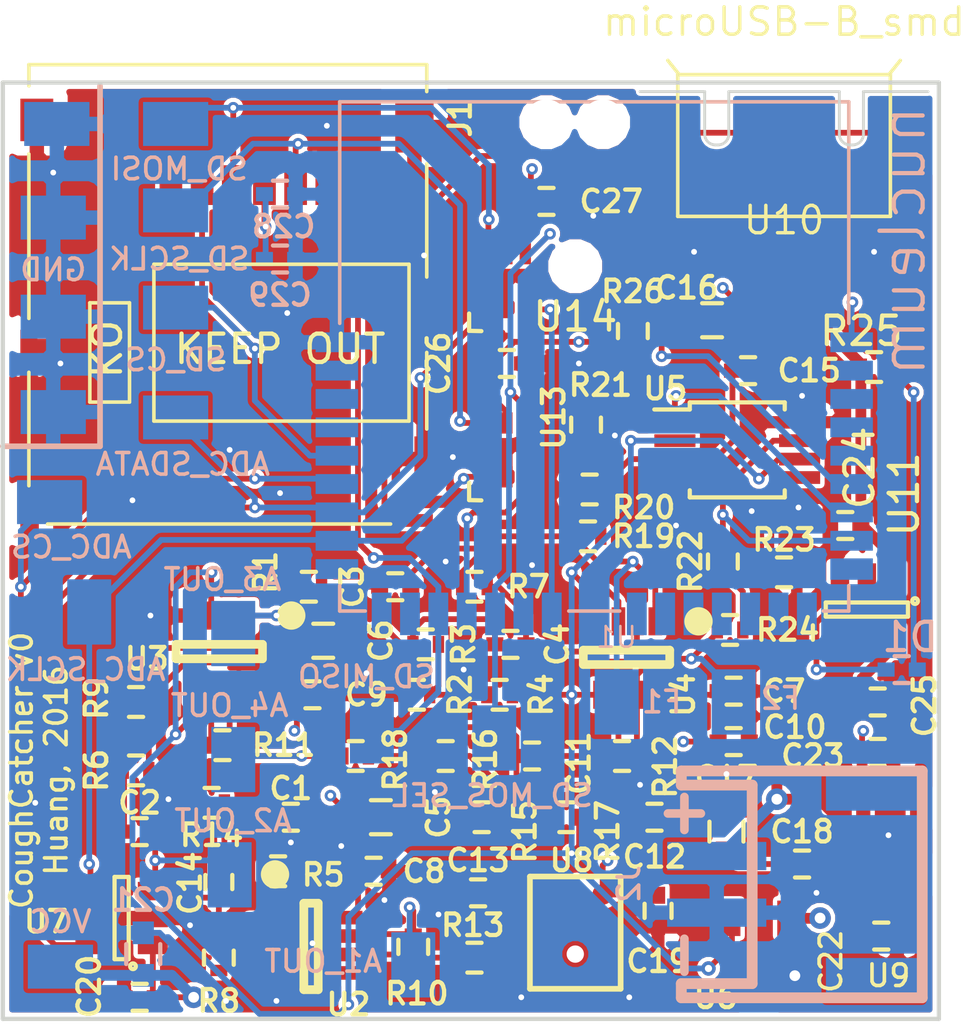
<source format=kicad_pcb>
(kicad_pcb (version 4) (host pcbnew 4.0.2+dfsg1-stable)
  (layers (0 F.Cu signal) (1 In1.Cu signal) (2 In2.Cu signal) (31 B.Cu signal) (34 B.Paste user) (35 F.Paste user) (36 B.SilkS user) (37 F.SilkS user) (38 B.Mask user) (39 F.Mask user) (44 Edge.Cuts user))
  (net 0 "")
  (net 1 "Net-(C1-Pad1)")
  (net 2 MIC_OUT)
  (net 3 "Net-(C2-Pad1)")
  (net 4 AMP2_OUT)
  (net 5 "Net-(C3-Pad1)")
  (net 6 FILT1_OUT)
  (net 7 "Net-(C4-Pad1)")
  (net 8 +3V3)
  (net 9 GND)
  (net 10 "Net-(C11-Pad1)")
  (net 11 "Net-(C11-Pad2)")
  (net 12 FILT2_OUT)
  (net 13 AMP1_OUT)
  (net 14 "Net-(C13-Pad2)")
  (net 15 "Net-(C14-Pad2)")
  (net 16 SD_MISO)
  (net 17 SD_SCLK)
  (net 18 SD_MOSI)
  (net 19 SD_CS)
  (net 20 AMP3_OUT)
  (net 21 "Net-(R2-Pad2)")
  (net 22 Vref)
  (net 23 "Net-(R5-Pad2)")
  (net 24 "Net-(R6-Pad2)")
  (net 25 "Net-(R10-Pad2)")
  (net 26 AMP4_OUT)
  (net 27 "Net-(R11-Pad2)")
  (net 28 "Net-(R15-Pad2)")
  (net 29 "Net-(R19-Pad2)")
  (net 30 COMP1_OUT)
  (net 31 "Net-(R22-Pad2)")
  (net 32 ADC_SCLK)
  (net 33 ADC_CS)
  (net 34 ADC_SDATA)
  (net 35 COMP2_OUT)
  (net 36 /BATT)
  (net 37 /VBUS)
  (net 38 "Net-(D1-Pad1)")
  (net 39 "Net-(D1-Pad2)")
  (net 40 SD_MOSI_2)
  (net 41 SD_MOSI_SEL)
  (net 42 SD_SCLK_2)
  (net 43 SD_DET)
  (module lab11-connectors:2201778-1 (layer F.Cu) (at 96.52 143.129 180)
    (fp_text reference J1 (at -6.35 3.048 270) (layer F.SilkS) (effects (font (size 0.762 0.762))))
    (fp_text value MicroSD)
    (fp_text user KO (at 6.1 -5.08 270) (layer F.SilkS))
    (fp_text user "KEEP OUT" (at 0 -5.08 180) (layer F.SilkS))
    (pad 8 smd rect (at -3.85 0.7 180) (size 0.8 1.4) (layers F.Cu F.Paste F.Mask))
    (pad 7 smd rect (at -2.75 0.7 180) (size 0.8 1.4) (layers F.Cu F.Paste F.Mask) (net 16 SD_MISO))
    (pad 6 smd rect (at -1.65 0.7 180) (size 0.8 1.4) (layers F.Cu F.Paste F.Mask) (net 9 GND))
    (pad 5 smd rect (at -0.55 0.7 180) (size 0.8 1.4) (layers F.Cu F.Paste F.Mask) (net 17 SD_SCLK))
    (pad 4 smd rect (at 0.55 0.7 180) (size 0.8 1.4) (layers F.Cu F.Paste F.Mask) (net 8 +3V3))
    (pad 3 smd rect (at 1.65 0.7 180) (size 0.8 1.4) (layers F.Cu F.Paste F.Mask) (net 18 SD_MOSI))
    (pad 2 smd rect (at 2.75 0.7 180) (size 0.8 1.4) (layers F.Cu F.Paste F.Mask) (net 19 SD_CS))
    (pad 1 smd rect (at 3.85 0.7 180) (size 0.8 1.4) (layers F.Cu F.Paste F.Mask))
    (pad 11 smd rect (at -4.74 2.75 180) (size 1.35 1.8) (layers F.Cu F.Paste F.Mask) (net 9 GND))
    (pad 16 smd rect (at 8.58 3 180) (size 1.16 1.5) (layers F.Cu F.Paste F.Mask) (net 9 GND))
    (pad 12 smd rect (at -5.065 -3.88 180) (size 0.65 2.14) (layers F.Cu F.Paste F.Mask) (net 9 GND))
    (pad 15 smd rect (at 8.86 -4.975 180) (size 0.6 1.15) (layers F.Cu F.Paste F.Mask) (net 9 GND))
    (pad 13 smd rect (at -5.065 -8.96 180) (size 0.65 1.6) (layers F.Cu F.Paste F.Mask) (net 9 GND))
    (pad 14 smd rect (at 8.835 -10.9 180) (size 0.65 1.3) (layers F.Cu F.Paste F.Mask) (net 9 GND))
    (pad 10 smd rect (at -4.84 -10.465 180) (size 1.1 0.45) (layers F.Cu F.Paste F.Mask) (net 9 GND))
    (pad 9 smd rect (at -4.815 -11.125 180) (size 1.15 0.45) (layers F.Cu F.Paste F.Mask) (net 43 SD_DET))
  )
  (module Capacitors_SMD:C_0402 (layer F.Cu) (at 116.459 154.432 180)
    (fp_text reference C24 (at -0.508 2.032 270) (layer F.SilkS))
    (fp_text value GENERIC_C_0402)
    (pad 1 smd rect (at -0.55 0 180) (size 0.6 0.5) (layers F.Cu F.Paste F.Mask) (net 37 /VBUS))
    (pad 2 smd rect (at 0.55 0 180) (size 0.6 0.5) (layers F.Cu F.Paste F.Mask) (net 9 GND))
  )
  (module Resistors_SMD:R_0402 (layer F.Cu) (at 94.107 164.211)
    (fp_text reference R14 (at 0 1.143 180) (layer F.SilkS) (effects (font (size 0.762 0.762))))
    (fp_text value GENERIC_R_0402)
    (pad 1 smd rect (at -0.45 0) (size 0.4 0.6) (layers F.Cu F.Paste F.Mask) (net 27 "Net-(R11-Pad2)"))
    (pad 2 smd rect (at 0.45 0) (size 0.4 0.6) (layers F.Cu F.Paste F.Mask) (net 15 "Net-(C14-Pad2)"))
  )
  (module Resistors_SMD:R_0402 (layer F.Cu) (at 94.361 169.672 90)
    (fp_text reference R8 (at -1.524 0 180) (layer F.SilkS) (effects (font (size 0.762 0.762))))
    (fp_text value GENERIC_R_0402)
    (pad 1 smd rect (at -0.45 0 90) (size 0.4 0.6) (layers F.Cu F.Paste F.Mask) (net 23 "Net-(R5-Pad2)"))
    (pad 2 smd rect (at 0.45 0 90) (size 0.4 0.6) (layers F.Cu F.Paste F.Mask) (net 4 AMP2_OUT))
  )
  (module Capacitors_SMD:C_0402 (layer F.Cu) (at 94.361 167.005 90)
    (fp_text reference C14 (at -0.042 -1.016 270) (layer F.SilkS) (effects (font (size 0.762 0.762))))
    (fp_text value C_0.1u_0402_10V_10%_JB)
    (pad 1 smd rect (at -0.55 0 90) (size 0.6 0.5) (layers F.Cu F.Paste F.Mask) (net 4 AMP2_OUT))
    (pad 2 smd rect (at 0.55 0 90) (size 0.6 0.5) (layers F.Cu F.Paste F.Mask) (net 15 "Net-(C14-Pad2)"))
  )
  (module Capacitors_SMD:C_0402 (layer F.Cu) (at 96.901 164.719)
    (fp_text reference C1 (at 0 -1.016 180) (layer F.SilkS) (effects (font (size 0.762 0.762))))
    (fp_text value C_0.1u_0402_10V_10%_JB)
    (pad 1 smd rect (at -0.55 0) (size 0.6 0.5) (layers F.Cu F.Paste F.Mask) (net 1 "Net-(C1-Pad1)"))
    (pad 2 smd rect (at 0.55 0) (size 0.6 0.5) (layers F.Cu F.Paste F.Mask) (net 13 AMP1_OUT))
  )
  (module Capacitors_SMD:C_0402 (layer F.Cu) (at 91.567 165.227)
    (fp_text reference C2 (at 0 -1.016 180) (layer F.SilkS) (effects (font (size 0.762 0.762))))
    (fp_text value C_0.1u_0402_10V_10%_JB)
    (pad 1 smd rect (at -0.55 0) (size 0.6 0.5) (layers F.Cu F.Paste F.Mask) (net 3 "Net-(C2-Pad1)"))
    (pad 2 smd rect (at 0.55 0) (size 0.6 0.5) (layers F.Cu F.Paste F.Mask) (net 4 AMP2_OUT))
  )
  (module Capacitors_SMD:C_0402 (layer F.Cu) (at 100.584 156.591)
    (fp_text reference C3 (at -1.524 0 90) (layer F.SilkS) (effects (font (size 0.762 0.762))))
    (fp_text value GENERIC_C_0402)
    (pad 1 smd rect (at -0.55 0) (size 0.6 0.5) (layers F.Cu F.Paste F.Mask) (net 5 "Net-(C3-Pad1)"))
    (pad 2 smd rect (at 0.55 0) (size 0.6 0.5) (layers F.Cu F.Paste F.Mask) (net 6 FILT1_OUT))
  )
  (module Capacitors_SMD:C_0402 (layer F.Cu) (at 104.648 158.623 180)
    (fp_text reference C4 (at -1.651 0 270) (layer F.SilkS) (effects (font (size 0.762 0.762))))
    (fp_text value GENERIC_C_0402)
    (pad 1 smd rect (at -0.55 0 180) (size 0.6 0.5) (layers F.Cu F.Paste F.Mask) (net 7 "Net-(C4-Pad1)"))
    (pad 2 smd rect (at 0.55 0 180) (size 0.6 0.5) (layers F.Cu F.Paste F.Mask) (net 5 "Net-(C3-Pad1)"))
  )
  (module Capacitors_SMD:C_0603 (layer F.Cu) (at 100.076 164.719)
    (fp_text reference C5 (at 2.032 0 90) (layer F.SilkS) (effects (font (size 0.762 0.762))))
    (fp_text value C_10u_0603_10V_10%_JB)
    (pad 1 smd rect (at -0.75 0) (size 0.8 0.75) (layers F.Cu F.Paste F.Mask) (net 8 +3V3))
    (pad 2 smd rect (at 0.75 0) (size 0.8 0.75) (layers F.Cu F.Paste F.Mask) (net 9 GND))
  )
  (module Capacitors_SMD:C_0603 (layer F.Cu) (at 98.044 158.496)
    (fp_text reference C6 (at 2.032 0 90) (layer F.SilkS) (effects (font (size 0.762 0.762))))
    (fp_text value C_10u_0603_10V_10%_JB)
    (pad 1 smd rect (at -0.75 0) (size 0.8 0.75) (layers F.Cu F.Paste F.Mask) (net 8 +3V3))
    (pad 2 smd rect (at 0.75 0) (size 0.8 0.75) (layers F.Cu F.Paste F.Mask) (net 9 GND))
  )
  (module Capacitors_SMD:C_0402 (layer F.Cu) (at 112.522 160.274)
    (fp_text reference C7 (at 1.778 0 180) (layer F.SilkS) (effects (font (size 0.762 0.762))))
    (fp_text value C_0.1u_0402_10V_10%_JB)
    (pad 1 smd rect (at -0.55 0) (size 0.6 0.5) (layers F.Cu F.Paste F.Mask) (net 8 +3V3))
    (pad 2 smd rect (at 0.55 0) (size 0.6 0.5) (layers F.Cu F.Paste F.Mask) (net 9 GND))
  )
  (module Capacitors_SMD:C_0402 (layer F.Cu) (at 99.822 166.624)
    (fp_text reference C8 (at 1.778 0 180) (layer F.SilkS) (effects (font (size 0.762 0.762))))
    (fp_text value C_0.1u_0402_10V_10%_JB)
    (pad 1 smd rect (at -0.55 0) (size 0.6 0.5) (layers F.Cu F.Paste F.Mask) (net 8 +3V3))
    (pad 2 smd rect (at 0.55 0) (size 0.6 0.5) (layers F.Cu F.Paste F.Mask) (net 9 GND))
  )
  (module Capacitors_SMD:C_0402 (layer F.Cu) (at 97.663 160.401)
    (fp_text reference C9 (at 1.905 0) (layer F.SilkS) (effects (font (size 0.762 0.762))))
    (fp_text value C_0.1u_0402_10V_10%_JB)
    (pad 1 smd rect (at -0.55 0) (size 0.6 0.5) (layers F.Cu F.Paste F.Mask) (net 8 +3V3))
    (pad 2 smd rect (at 0.55 0) (size 0.6 0.5) (layers F.Cu F.Paste F.Mask) (net 9 GND))
  )
  (module Capacitors_SMD:C_0402 (layer F.Cu) (at 112.522 162.052)
    (fp_text reference C10 (at 2.159 -0.508 180) (layer F.SilkS) (effects (font (size 0.762 0.762))))
    (fp_text value C_4.7u_0402_10V_10%_X5R)
    (pad 1 smd rect (at -0.55 0) (size 0.6 0.5) (layers F.Cu F.Paste F.Mask) (net 8 +3V3))
    (pad 2 smd rect (at 0.55 0) (size 0.6 0.5) (layers F.Cu F.Paste F.Mask) (net 9 GND))
  )
  (module Capacitors_SMD:C_0402 (layer F.Cu) (at 105.41 162.56)
    (fp_text reference C11 (at 1.651 0.254 90) (layer F.SilkS) (effects (font (size 0.762 0.762))))
    (fp_text value GENERIC_C_0402)
    (pad 1 smd rect (at -0.55 0) (size 0.6 0.5) (layers F.Cu F.Paste F.Mask) (net 10 "Net-(C11-Pad1)"))
    (pad 2 smd rect (at 0.55 0) (size 0.6 0.5) (layers F.Cu F.Paste F.Mask) (net 11 "Net-(C11-Pad2)"))
  )
  (module Capacitors_SMD:C_0402 (layer F.Cu) (at 109.728 164.719 180)
    (fp_text reference C12 (at 0 -1.397 180) (layer F.SilkS) (effects (font (size 0.762 0.762))))
    (fp_text value GENERIC_C_0402)
    (pad 1 smd rect (at -0.55 0 180) (size 0.6 0.5) (layers F.Cu F.Paste F.Mask) (net 12 FILT2_OUT))
    (pad 2 smd rect (at 0.55 0 180) (size 0.6 0.5) (layers F.Cu F.Paste F.Mask) (net 10 "Net-(C11-Pad1)"))
  )
  (module Capacitors_SMD:C_0402 (layer F.Cu) (at 103.505 167.386 180)
    (fp_text reference C13 (at 0 1.143 180) (layer F.SilkS) (effects (font (size 0.762 0.762))))
    (fp_text value C_0.1u_0402_10V_10%_JB)
    (pad 1 smd rect (at -0.55 0 180) (size 0.6 0.5) (layers F.Cu F.Paste F.Mask) (net 2 MIC_OUT))
    (pad 2 smd rect (at 0.55 0 180) (size 0.6 0.5) (layers F.Cu F.Paste F.Mask) (net 14 "Net-(C13-Pad2)"))
  )
  (module Capacitors_SMD:C_0402 (layer F.Cu) (at 113.03 148.971)
    (fp_text reference C15 (at 2.159 0) (layer F.SilkS) (effects (font (size 0.762 0.762))))
    (fp_text value C_0.1u_0402_10V_10%_JB)
    (pad 1 smd rect (at -0.55 0) (size 0.6 0.5) (layers F.Cu F.Paste F.Mask) (net 8 +3V3))
    (pad 2 smd rect (at 0.55 0) (size 0.6 0.5) (layers F.Cu F.Paste F.Mask) (net 9 GND))
  )
  (module Capacitors_SMD:C_0603 (layer F.Cu) (at 111.76 147.193 180)
    (fp_text reference C16 (at 0.889 1.143 180) (layer F.SilkS) (effects (font (size 0.762 0.762))))
    (fp_text value C_10u_0603_10V_10%_JB)
    (pad 1 smd rect (at -0.75 0 180) (size 0.8 0.75) (layers F.Cu F.Paste F.Mask) (net 8 +3V3))
    (pad 2 smd rect (at 0.75 0 180) (size 0.8 0.75) (layers F.Cu F.Paste F.Mask) (net 9 GND))
  )
  (module Capacitors_SMD:C_0603 (layer F.Cu) (at 112.268 165.227 90)
    (fp_text reference C17 (at 1.905 0 180) (layer F.SilkS) (effects (font (size 0.762 0.762))))
    (fp_text value C_10u_0603_10V_10%_JB)
    (pad 1 smd rect (at -0.75 0 90) (size 0.8 0.75) (layers F.Cu F.Paste F.Mask) (net 8 +3V3))
    (pad 2 smd rect (at 0.75 0 90) (size 0.8 0.75) (layers F.Cu F.Paste F.Mask) (net 9 GND))
  )
  (module Capacitors_SMD:C_0402 (layer F.Cu) (at 114.935 166.37)
    (fp_text reference C18 (at 0 -1.143) (layer F.SilkS) (effects (font (size 0.762 0.762))))
    (fp_text value C_0.1u_0402_10V_10%_JB)
    (pad 1 smd rect (at -0.55 0) (size 0.6 0.5) (layers F.Cu F.Paste F.Mask) (net 8 +3V3))
    (pad 2 smd rect (at 0.55 0) (size 0.6 0.5) (layers F.Cu F.Paste F.Mask) (net 9 GND))
  )
  (module Capacitors_SMD:C_0402 (layer F.Cu) (at 109.855 168.021 270)
    (fp_text reference C19 (at 1.778 0 360) (layer F.SilkS) (effects (font (size 0.762 0.762))))
    (fp_text value C_0.1u_0402_10V_10%_JB)
    (pad 1 smd rect (at -0.55 0 270) (size 0.6 0.5) (layers F.Cu F.Paste F.Mask) (net 8 +3V3))
    (pad 2 smd rect (at 0.55 0 270) (size 0.6 0.5) (layers F.Cu F.Paste F.Mask) (net 9 GND))
  )
  (module Capacitors_SMD:C_0402 (layer F.Cu) (at 91.567 171.069 180)
    (fp_text reference C20 (at 1.778 0.381 450) (layer F.SilkS) (effects (font (size 0.762 0.762))))
    (fp_text value C_0.1u_0402_10V_10%_JB)
    (pad 1 smd rect (at -0.55 0 180) (size 0.6 0.5) (layers F.Cu F.Paste F.Mask) (net 8 +3V3))
    (pad 2 smd rect (at 0.55 0 180) (size 0.6 0.5) (layers F.Cu F.Paste F.Mask) (net 9 GND))
  )
  (module Capacitors_SMD:C_0603 (layer B.Cu) (at 91.694 169.545 90)
    (fp_text reference C21 (at 1.905 0 180) (layer B.SilkS) (effects (font (size 0.762 0.762)) (justify mirror)))
    (fp_text value C_10u_0603_10V_tantalum)
    (pad 1 smd rect (at -0.75 0 90) (size 0.8 0.75) (layers B.Cu B.Paste B.Mask) (net 8 +3V3))
    (pad 2 smd rect (at 0.75 0 90) (size 0.8 0.75) (layers B.Cu B.Paste B.Mask) (net 9 GND))
  )
  (module Resistors_SMD:R_0402 (layer F.Cu) (at 97.536 156.591)
    (fp_text reference R1 (at -1.524 -0.508 90) (layer F.SilkS) (effects (font (size 0.762 0.762))))
    (fp_text value GENERIC_R_0402)
    (pad 1 smd rect (at -0.45 0) (size 0.4 0.6) (layers F.Cu F.Paste F.Mask) (net 20 AMP3_OUT))
    (pad 2 smd rect (at 0.45 0) (size 0.4 0.6) (layers F.Cu F.Paste F.Mask) (net 5 "Net-(C3-Pad1)"))
  )
  (module Resistors_SMD:R_0402 (layer F.Cu) (at 101.346 160.401)
    (fp_text reference R2 (at 1.524 0 90) (layer F.SilkS) (effects (font (size 0.762 0.762))))
    (fp_text value GENERIC_R_0402)
    (pad 1 smd rect (at -0.45 0) (size 0.4 0.6) (layers F.Cu F.Paste F.Mask) (net 9 GND))
    (pad 2 smd rect (at 0.45 0) (size 0.4 0.6) (layers F.Cu F.Paste F.Mask) (net 21 "Net-(R2-Pad2)"))
  )
  (module Resistors_SMD:R_0402 (layer F.Cu) (at 101.658 158.623)
    (fp_text reference R3 (at 1.339 0 90) (layer F.SilkS) (effects (font (size 0.762 0.762))))
    (fp_text value GENERIC_R_0402)
    (pad 1 smd rect (at -0.45 0) (size 0.4 0.6) (layers F.Cu F.Paste F.Mask) (net 5 "Net-(C3-Pad1)"))
    (pad 2 smd rect (at 0.45 0) (size 0.4 0.6) (layers F.Cu F.Paste F.Mask) (net 21 "Net-(R2-Pad2)"))
  )
  (module Resistors_SMD:R_0402 (layer F.Cu) (at 104.267 160.401)
    (fp_text reference R4 (at 1.466 0 90) (layer F.SilkS) (effects (font (size 0.762 0.762))))
    (fp_text value GENERIC_R_0402)
    (pad 1 smd rect (at -0.45 0) (size 0.4 0.6) (layers F.Cu F.Paste F.Mask) (net 21 "Net-(R2-Pad2)"))
    (pad 2 smd rect (at 0.45 0) (size 0.4 0.6) (layers F.Cu F.Paste F.Mask) (net 22 Vref))
  )
  (module Resistors_SMD:R_0402 (layer F.Cu) (at 96.451 166.624)
    (fp_text reference R5 (at 1.593 0.127) (layer F.SilkS) (effects (font (size 0.762 0.762))))
    (fp_text value GENERIC_R_0402)
    (pad 1 smd rect (at -0.45 0) (size 0.4 0.6) (layers F.Cu F.Paste F.Mask) (net 1 "Net-(C1-Pad1)"))
    (pad 2 smd rect (at 0.45 0) (size 0.4 0.6) (layers F.Cu F.Paste F.Mask) (net 23 "Net-(R5-Pad2)"))
  )
  (module Resistors_SMD:R_0402 (layer F.Cu) (at 91.44 163.068)
    (fp_text reference R6 (at -1.397 0 270) (layer F.SilkS) (effects (font (size 0.762 0.762))))
    (fp_text value GENERIC_R_0402)
    (pad 1 smd rect (at -0.45 0) (size 0.4 0.6) (layers F.Cu F.Paste F.Mask) (net 3 "Net-(C2-Pad1)"))
    (pad 2 smd rect (at 0.45 0) (size 0.4 0.6) (layers F.Cu F.Paste F.Mask) (net 24 "Net-(R6-Pad2)"))
  )
  (module Resistors_SMD:R_0402 (layer F.Cu) (at 103.378 156.591)
    (fp_text reference R7 (at 1.905 0 180) (layer F.SilkS) (effects (font (size 0.762 0.762))))
    (fp_text value GENERIC_R_0402)
    (pad 1 smd rect (at -0.45 0) (size 0.4 0.6) (layers F.Cu F.Paste F.Mask) (net 6 FILT1_OUT))
    (pad 2 smd rect (at 0.45 0) (size 0.4 0.6) (layers F.Cu F.Paste F.Mask) (net 7 "Net-(C4-Pad1)"))
  )
  (module Resistors_SMD:R_0402 (layer F.Cu) (at 91.44 160.655)
    (fp_text reference R9 (at -1.397 -0.127 90) (layer F.SilkS) (effects (font (size 0.762 0.762))))
    (fp_text value GENERIC_R_0402)
    (pad 1 smd rect (at -0.45 0) (size 0.4 0.6) (layers F.Cu F.Paste F.Mask) (net 24 "Net-(R6-Pad2)"))
    (pad 2 smd rect (at 0.45 0) (size 0.4 0.6) (layers F.Cu F.Paste F.Mask) (net 20 AMP3_OUT))
  )
  (module Resistors_SMD:R_0402 (layer F.Cu) (at 101.219 169.291 270)
    (fp_text reference R10 (at 1.651 -0.127 540) (layer F.SilkS) (effects (font (size 0.762 0.762))))
    (fp_text value GENERIC_R_0402)
    (pad 1 smd rect (at -0.45 0 270) (size 0.4 0.6) (layers F.Cu F.Paste F.Mask) (net 13 AMP1_OUT))
    (pad 2 smd rect (at 0.45 0 270) (size 0.4 0.6) (layers F.Cu F.Paste F.Mask) (net 25 "Net-(R10-Pad2)"))
  )
  (module Resistors_SMD:R_0402 (layer F.Cu) (at 94.488 162.179 180)
    (fp_text reference R11 (at -2.159 0 180) (layer F.SilkS) (effects (font (size 0.762 0.762))))
    (fp_text value GENERIC_R_0402)
    (pad 1 smd rect (at -0.45 0 180) (size 0.4 0.6) (layers F.Cu F.Paste F.Mask) (net 26 AMP4_OUT))
    (pad 2 smd rect (at 0.45 0 180) (size 0.4 0.6) (layers F.Cu F.Paste F.Mask) (net 27 "Net-(R11-Pad2)"))
  )
  (module Resistors_SMD:R_0402 (layer F.Cu) (at 108.585 162.56)
    (fp_text reference R12 (at 1.524 0.381 90) (layer F.SilkS) (effects (font (size 0.762 0.762))))
    (fp_text value GENERIC_R_0402)
    (pad 1 smd rect (at -0.45 0) (size 0.4 0.6) (layers F.Cu F.Paste F.Mask) (net 11 "Net-(C11-Pad2)"))
    (pad 2 smd rect (at 0.45 0) (size 0.4 0.6) (layers F.Cu F.Paste F.Mask) (net 12 FILT2_OUT))
  )
  (module Resistors_SMD:R_0402 (layer F.Cu) (at 103.378 169.672)
    (fp_text reference R13 (at -0.058 -1.143) (layer F.SilkS) (effects (font (size 0.762 0.762))))
    (fp_text value GENERIC_R_0402)
    (pad 1 smd rect (at -0.45 0) (size 0.4 0.6) (layers F.Cu F.Paste F.Mask) (net 25 "Net-(R10-Pad2)"))
    (pad 2 smd rect (at 0.45 0) (size 0.4 0.6) (layers F.Cu F.Paste F.Mask) (net 14 "Net-(C13-Pad2)"))
  )
  (module Resistors_SMD:R_0402 (layer F.Cu) (at 103.632 164.719)
    (fp_text reference R15 (at 1.524 0.508 270) (layer F.SilkS) (effects (font (size 0.762 0.762))))
    (fp_text value GENERIC_R_0402)
    (pad 1 smd rect (at -0.45 0) (size 0.4 0.6) (layers F.Cu F.Paste F.Mask) (net 9 GND))
    (pad 2 smd rect (at 0.45 0) (size 0.4 0.6) (layers F.Cu F.Paste F.Mask) (net 28 "Net-(R15-Pad2)"))
  )
  (module Resistors_SMD:R_0402 (layer F.Cu) (at 102.362 162.56)
    (fp_text reference R16 (at 1.397 0.127 270) (layer F.SilkS) (effects (font (size 0.762 0.762))))
    (fp_text value GENERIC_R_0402)
    (pad 1 smd rect (at -0.45 0) (size 0.4 0.6) (layers F.Cu F.Paste F.Mask) (net 10 "Net-(C11-Pad1)"))
    (pad 2 smd rect (at 0.45 0) (size 0.4 0.6) (layers F.Cu F.Paste F.Mask) (net 28 "Net-(R15-Pad2)"))
  )
  (module Resistors_SMD:R_0402 (layer F.Cu) (at 106.622 164.719)
    (fp_text reference R17 (at 1.455 0.508 90) (layer F.SilkS) (effects (font (size 0.762 0.762))))
    (fp_text value GENERIC_R_0402)
    (pad 1 smd rect (at -0.45 0) (size 0.4 0.6) (layers F.Cu F.Paste F.Mask) (net 28 "Net-(R15-Pad2)"))
    (pad 2 smd rect (at 0.45 0) (size 0.4 0.6) (layers F.Cu F.Paste F.Mask) (net 22 Vref))
  )
  (module Resistors_SMD:R_0402 (layer F.Cu) (at 99.187 162.56 180)
    (fp_text reference R18 (at -1.397 -0.127 450) (layer F.SilkS) (effects (font (size 0.762 0.762))))
    (fp_text value GENERIC_R_0402)
    (pad 1 smd rect (at -0.45 0 180) (size 0.4 0.6) (layers F.Cu F.Paste F.Mask) (net 10 "Net-(C11-Pad1)"))
    (pad 2 smd rect (at 0.45 0 180) (size 0.4 0.6) (layers F.Cu F.Paste F.Mask) (net 26 AMP4_OUT))
  )
  (module Resistors_SMD:R_0402 (layer F.Cu) (at 107.384 154.813)
    (fp_text reference R19 (at 1.963 0) (layer F.SilkS) (effects (font (size 0.762 0.762))))
    (fp_text value GENERIC_R_0402)
    (pad 1 smd rect (at -0.45 0) (size 0.4 0.6) (layers F.Cu F.Paste F.Mask) (net 6 FILT1_OUT))
    (pad 2 smd rect (at 0.45 0) (size 0.4 0.6) (layers F.Cu F.Paste F.Mask) (net 29 "Net-(R19-Pad2)"))
  )
  (module Resistors_SMD:R_0402 (layer F.Cu) (at 107.442 153.162 180)
    (fp_text reference R20 (at -1.905 -0.635 360) (layer F.SilkS) (effects (font (size 0.762 0.762))))
    (fp_text value GENERIC_R_0402)
    (pad 1 smd rect (at -0.45 0 180) (size 0.4 0.6) (layers F.Cu F.Paste F.Mask) (net 29 "Net-(R19-Pad2)"))
    (pad 2 smd rect (at 0.45 0 180) (size 0.4 0.6) (layers F.Cu F.Paste F.Mask) (net 9 GND))
  )
  (module Resistors_SMD:R_0402 (layer F.Cu) (at 107.315 150.876 90)
    (fp_text reference R21 (at 1.397 0.508 360) (layer F.SilkS) (effects (font (size 0.762 0.762))))
    (fp_text value GENERIC_R_0402)
    (pad 1 smd rect (at -0.45 0 90) (size 0.4 0.6) (layers F.Cu F.Paste F.Mask) (net 29 "Net-(R19-Pad2)"))
    (pad 2 smd rect (at 0.45 0 90) (size 0.4 0.6) (layers F.Cu F.Paste F.Mask) (net 30 COMP1_OUT))
  )
  (module Resistors_SMD:R_0402 (layer F.Cu) (at 112.141 155.702 270)
    (fp_text reference R22 (at 0 1.143 270) (layer F.SilkS) (effects (font (size 0.762 0.762))))
    (fp_text value GENERIC_R_0402)
    (pad 1 smd rect (at -0.45 0 270) (size 0.4 0.6) (layers F.Cu F.Paste F.Mask) (net 35 COMP2_OUT))
    (pad 2 smd rect (at 0.45 0 270) (size 0.4 0.6) (layers F.Cu F.Paste F.Mask) (net 31 "Net-(R22-Pad2)"))
  )
  (module Resistors_SMD:R_0402 (layer F.Cu) (at 114.3 156.083 180)
    (fp_text reference R23 (at 0 1.143 180) (layer F.SilkS) (effects (font (size 0.762 0.762))))
    (fp_text value GENERIC_R_0402)
    (pad 1 smd rect (at -0.45 0 180) (size 0.4 0.6) (layers F.Cu F.Paste F.Mask) (net 9 GND))
    (pad 2 smd rect (at 0.45 0 180) (size 0.4 0.6) (layers F.Cu F.Paste F.Mask) (net 31 "Net-(R22-Pad2)"))
  )
  (module Resistors_SMD:R_0402 (layer F.Cu) (at 112.395 158.115 180)
    (fp_text reference R24 (at -2.032 0 180) (layer F.SilkS) (effects (font (size 0.762 0.762))))
    (fp_text value GENERIC_R_0402)
    (pad 1 smd rect (at -0.45 0 180) (size 0.4 0.6) (layers F.Cu F.Paste F.Mask) (net 31 "Net-(R22-Pad2)"))
    (pad 2 smd rect (at 0.45 0 180) (size 0.4 0.6) (layers F.Cu F.Paste F.Mask) (net 12 FILT2_OUT))
  )
  (module lab11-ic:SOT-23-8 (layer F.Cu) (at 96.343 168.26 270)
    (fp_text reference U2 (at 3.063 -2.59 360) (layer F.SilkS) (effects (font (size 0.762 0.762))))
    (fp_text value MIC863)
    (pad 1 smd rect (at 0 0 270) (size 0.48 0.99) (layers F.Cu F.Paste F.Mask) (net 4 AMP2_OUT))
    (pad 2 smd rect (at 0.65 0 270) (size 0.48 0.99) (layers F.Cu F.Paste F.Mask) (net 23 "Net-(R5-Pad2)"))
    (pad 3 smd rect (at 1.3 0 270) (size 0.48 0.99) (layers F.Cu F.Paste F.Mask) (net 22 Vref))
    (pad 4 smd rect (at 1.95 0 270) (size 0.48 0.99) (layers F.Cu F.Paste F.Mask) (net 9 GND))
    (pad 5 smd rect (at 1.95 -2.59 270) (size 0.48 0.99) (layers F.Cu F.Paste F.Mask) (net 22 Vref))
    (pad 6 smd rect (at 1.3 -2.59 270) (size 0.48 0.99) (layers F.Cu F.Paste F.Mask) (net 25 "Net-(R10-Pad2)"))
    (pad 7 smd rect (at 0.65 -2.59 270) (size 0.48 0.99) (layers F.Cu F.Paste F.Mask) (net 13 AMP1_OUT))
    (pad 8 smd rect (at 0 -2.59 270) (size 0.48 0.99) (layers F.Cu F.Paste F.Mask) (net 8 +3V3))
  )
  (module lab11-ic:SOT-23-8 (layer F.Cu) (at 95.392 157.607 180)
    (fp_text reference U3 (at 3.571 -1.524 360) (layer F.SilkS) (effects (font (size 0.762 0.762))))
    (fp_text value MIC863)
    (pad 1 smd rect (at 0 0 180) (size 0.48 0.99) (layers F.Cu F.Paste F.Mask) (net 20 AMP3_OUT))
    (pad 2 smd rect (at 0.65 0 180) (size 0.48 0.99) (layers F.Cu F.Paste F.Mask) (net 24 "Net-(R6-Pad2)"))
    (pad 3 smd rect (at 1.3 0 180) (size 0.48 0.99) (layers F.Cu F.Paste F.Mask) (net 22 Vref))
    (pad 4 smd rect (at 1.95 0 180) (size 0.48 0.99) (layers F.Cu F.Paste F.Mask) (net 9 GND))
    (pad 5 smd rect (at 1.95 -2.59 180) (size 0.48 0.99) (layers F.Cu F.Paste F.Mask) (net 22 Vref))
    (pad 6 smd rect (at 1.3 -2.59 180) (size 0.48 0.99) (layers F.Cu F.Paste F.Mask) (net 27 "Net-(R11-Pad2)"))
    (pad 7 smd rect (at 0.65 -2.59 180) (size 0.48 0.99) (layers F.Cu F.Paste F.Mask) (net 26 AMP4_OUT))
    (pad 8 smd rect (at 0 -2.59 180) (size 0.48 0.99) (layers F.Cu F.Paste F.Mask) (net 8 +3V3))
  )
  (module lab11-ic:SOT-23-8 (layer F.Cu) (at 109.758 157.811 180)
    (fp_text reference U4 (at -0.986 -2.59 270) (layer F.SilkS) (effects (font (size 0.762 0.762))))
    (fp_text value MAX9912)
    (pad 1 smd rect (at 0 0 180) (size 0.48 0.99) (layers F.Cu F.Paste F.Mask) (net 6 FILT1_OUT))
    (pad 2 smd rect (at 0.65 0 180) (size 0.48 0.99) (layers F.Cu F.Paste F.Mask) (net 7 "Net-(C4-Pad1)"))
    (pad 3 smd rect (at 1.3 0 180) (size 0.48 0.99) (layers F.Cu F.Paste F.Mask) (net 22 Vref))
    (pad 4 smd rect (at 1.95 0 180) (size 0.48 0.99) (layers F.Cu F.Paste F.Mask) (net 9 GND))
    (pad 5 smd rect (at 1.95 -2.59 180) (size 0.48 0.99) (layers F.Cu F.Paste F.Mask) (net 22 Vref))
    (pad 6 smd rect (at 1.3 -2.59 180) (size 0.48 0.99) (layers F.Cu F.Paste F.Mask) (net 11 "Net-(C11-Pad2)"))
    (pad 7 smd rect (at 0.65 -2.59 180) (size 0.48 0.99) (layers F.Cu F.Paste F.Mask) (net 12 FILT2_OUT))
    (pad 8 smd rect (at 0 -2.59 180) (size 0.48 0.99) (layers F.Cu F.Paste F.Mask) (net 8 +3V3))
  )
  (module Housings_SSOP:MSOP-8_3x3mm_Pitch0.65mm (layer F.Cu) (at 112.649 151.765)
    (fp_text reference U5 (at -2.54 -2.159) (layer F.SilkS) (effects (font (size 0.762 0.762))))
    (fp_text value TS882)
    (pad 1 smd rect (at -2.2 -0.975) (size 1.45 0.45) (layers F.Cu F.Paste F.Mask) (net 30 COMP1_OUT))
    (pad 2 smd rect (at -2.2 -0.325) (size 1.45 0.45) (layers F.Cu F.Paste F.Mask) (net 22 Vref))
    (pad 3 smd rect (at -2.2 0.325) (size 1.45 0.45) (layers F.Cu F.Paste F.Mask) (net 29 "Net-(R19-Pad2)"))
    (pad 4 smd rect (at -2.2 0.975) (size 1.45 0.45) (layers F.Cu F.Paste F.Mask) (net 8 +3V3))
    (pad 5 smd rect (at 2.2 0.975) (size 1.45 0.45) (layers F.Cu F.Paste F.Mask) (net 31 "Net-(R22-Pad2)"))
    (pad 6 smd rect (at 2.2 0.325) (size 1.45 0.45) (layers F.Cu F.Paste F.Mask) (net 22 Vref))
    (pad 7 smd rect (at 2.2 -0.325) (size 1.45 0.45) (layers F.Cu F.Paste F.Mask) (net 35 COMP2_OUT))
    (pad 8 smd rect (at 2.2 -0.975) (size 1.45 0.45) (layers F.Cu F.Paste F.Mask) (net 9 GND))
  )
  (module lab11-ic:ISL60002 (layer F.Cu) (at 114.361 168.284 180)
    (fp_text reference U6 (at 2.474 -2.785 180) (layer F.SilkS) (effects (font (size 0.762 0.762))))
    (fp_text value ISL60002CIH312Z-TK)
    (pad 1 smd rect (at 0 0 180) (size 0.6 1.25) (layers F.Cu F.Paste F.Mask) (net 8 +3V3))
    (pad 2 smd rect (at 1.9 0 180) (size 0.6 1.25) (layers F.Cu F.Paste F.Mask) (net 22 Vref))
    (pad 3 smd rect (at 0.95 -2.15 180) (size 0.6 1.25) (layers F.Cu F.Paste F.Mask) (net 9 GND))
  )
  (module TO_SOT_Packages_SMD:SOT-23-6 (layer F.Cu) (at 90.932 168.275 180)
    (fp_text reference U7 (at 2.667 -0.127 180) (layer F.SilkS) (effects (font (size 0.762 0.762))))
    (fp_text value AD7680)
    (pad 1 smd rect (at -1.1 -0.95 180) (size 1.06 0.65) (layers F.Cu F.Paste F.Mask) (net 8 +3V3))
    (pad 2 smd rect (at -1.1 0 180) (size 1.06 0.65) (layers F.Cu F.Paste F.Mask) (net 9 GND))
    (pad 3 smd rect (at -1.1 0.95 180) (size 1.06 0.65) (layers F.Cu F.Paste F.Mask) (net 4 AMP2_OUT))
    (pad 4 smd rect (at 1.1 0.95 180) (size 1.06 0.65) (layers F.Cu F.Paste F.Mask) (net 32 ADC_SCLK))
    (pad 6 smd rect (at 1.1 -0.95 180) (size 1.06 0.65) (layers F.Cu F.Paste F.Mask) (net 33 ADC_CS))
    (pad 5 smd rect (at 1.1 0 180) (size 1.06 0.65) (layers F.Cu F.Paste F.Mask) (net 34 ADC_SDATA))
  )
  (module lab11-microphones:SPU0410LR5H-QB (layer F.Cu) (at 106.935 169.546)
    (fp_text reference U8 (at -0.128 -3.303) (layer F.SilkS) (effects (font (size 0.762 0.762))))
    (fp_text value SPU0410LR5H-QB)
    (pad 1 smd circle (at -0.966 -2.103) (size 0.723 0.723) (layers F.Cu F.Paste F.Mask) (net 2 MIC_OUT))
    (pad 2 smd circle (at -1.015 0.634) (size 0.562 0.562) (layers F.Cu F.Paste F.Mask) (net 9 GND))
    (pad 3 smd circle (at 1.015 0.634) (size 0.562 0.562) (layers F.Cu F.Paste F.Mask) (net 9 GND))
    (pad 4 smd circle (at 0.966 -2.103) (size 0.723 0.723) (layers F.Cu F.Paste F.Mask) (net 8 +3V3))
    (pad 5 smd circle (at 0 -2.103) (size 0.512 0.512) (layers F.Cu F.Paste F.Mask) (net 9 GND))
    (pad 6 smd circle (at 0 0) (size 1.224 1.224) (layers F.Cu F.Paste F.Mask) (net 9 GND))
    (pad "" np_thru_hole circle (at 0 0) (size 0.61 0.61) (drill 0.61) (layers *.Cu))
  )
  (module Capacitors_SMD:C_0402 (layer F.Cu) (at 117.729 168.91)
    (fp_text reference C22 (at -1.778 0.889 90) (layer F.SilkS) (effects (font (size 0.762 0.762) (thickness 0.127))))
    (fp_text value C_0.1u_0402_10V_10%_JB)
    (pad 1 smd rect (at -0.55 0) (size 0.6 0.5) (layers F.Cu F.Paste F.Mask) (net 36 /BATT))
    (pad 2 smd rect (at 0.55 0) (size 0.6 0.5) (layers F.Cu F.Paste F.Mask) (net 9 GND))
  )
  (module Capacitors_SMD:C_0402 (layer F.Cu) (at 117.602 162.433)
    (fp_text reference C23 (at -2.286 0.127) (layer F.SilkS) (effects (font (size 0.762 0.762))))
    (fp_text value C_0.1u_0402_10V_10%_JB)
    (pad 1 smd rect (at -0.55 0) (size 0.6 0.5) (layers F.Cu F.Paste F.Mask) (net 8 +3V3))
    (pad 2 smd rect (at 0.55 0) (size 0.6 0.5) (layers F.Cu F.Paste F.Mask) (net 9 GND))
  )
  (module lab11-connectors:CONN_JST-2_SMD_SIDE (layer B.Cu) (at 119.17426 167.08628 270)
    (fp_text reference J2 (at -0.01 10.35 270) (layer B.SilkS) (effects (font (size 0.762 0.762) (thickness 0.127)) (justify mirror)))
    (fp_text value JST_2_CONN_SIDE)
    (fp_text user - (at 2.49936 8.49884 270) (layer B.SilkS) (effects (font (thickness 0.3048)) (justify mirror)))
    (fp_text user + (at -2.49936 8.49884 270) (layer B.SilkS) (effects (font (thickness 0.3048)) (justify mirror)))
    (pad "" smd rect (at -3.34772 1.69926 270) (size 1.4986 3.39598) (layers B.Cu B.Paste B.Mask))
    (pad 1 smd rect (at -0.99822 7.24916 270) (size 0.99568 3.49758) (layers B.Cu B.Paste B.Mask) (net 36 /BATT))
    (pad 2 smd rect (at 0.99822 7.24916 270) (size 0.99568 3.49758) (layers B.Cu B.Paste B.Mask) (net 9 GND))
    (pad "" smd rect (at 3.34772 1.69926 270) (size 1.4986 3.39598) (layers B.Cu B.Paste B.Mask))
  )
  (module Capacitors_SMD:C_0402 (layer F.Cu) (at 117.602 160.655)
    (fp_text reference C25 (at 1.651 0.127 90) (layer F.SilkS) (effects (font (size 0.762 0.762))))
    (fp_text value GENERIC_C_0402)
    (pad 1 smd rect (at -0.55 0) (size 0.6 0.5) (layers F.Cu F.Paste F.Mask) (net 36 /BATT))
    (pad 2 smd rect (at 0.55 0) (size 0.6 0.5) (layers F.Cu F.Paste F.Mask) (net 9 GND))
  )
  (module Capacitors_SMD:C_0402 (layer B.Cu) (at 118.449 159.512 180)
    (fp_text reference D1 (at -0.296 1.143 180) (layer B.SilkS) (effects (justify mirror)))
    (fp_text value LED_GREEN_0402_20mA)
    (pad 1 smd rect (at -0.55 0 180) (size 0.6 0.5) (layers B.Cu B.Paste B.Mask) (net 38 "Net-(D1-Pad1)"))
    (pad 2 smd rect (at 0.55 0 180) (size 0.6 0.5) (layers B.Cu B.Paste B.Mask) (net 39 "Net-(D1-Pad2)"))
  )
  (module Resistors_SMD:R_0402 (layer F.Cu) (at 117.475 148.844 180)
    (fp_text reference R25 (at 0.45 1.27 180) (layer F.SilkS))
    (fp_text value GENERIC_R_0402)
    (pad 1 smd rect (at -0.45 0 180) (size 0.4 0.6) (layers F.Cu F.Paste F.Mask) (net 38 "Net-(D1-Pad1)"))
    (pad 2 smd rect (at 0.45 0 180) (size 0.4 0.6) (layers F.Cu F.Paste F.Mask) (net 37 /VBUS))
  )
  (module TO_SOT_Packages_SMD:SOT-23-5 (layer F.Cu) (at 117.221 157.396 270)
    (fp_text reference U11 (at -4.064 -1.313 270) (layer F.SilkS))
    (fp_text value MAX1555)
    (pad 1 smd rect (at -1.1 -0.95 270) (size 1.06 0.65) (layers F.Cu F.Paste F.Mask) (net 37 /VBUS))
    (pad 2 smd rect (at -1.1 0 270) (size 1.06 0.65) (layers F.Cu F.Paste F.Mask) (net 9 GND))
    (pad 3 smd rect (at -1.1 0.95 270) (size 1.06 0.65) (layers F.Cu F.Paste F.Mask) (net 39 "Net-(D1-Pad2)"))
    (pad 4 smd rect (at 1.1 0.95 270) (size 1.06 0.65) (layers F.Cu F.Paste F.Mask))
    (pad 5 smd rect (at 1.1 -0.95 270) (size 1.06 0.65) (layers F.Cu F.Paste F.Mask) (net 36 /BATT))
  )
  (module Capacitors_SMD:C_0402 (layer F.Cu) (at 104.521 148.717)
    (fp_text reference C26 (at -2.413 0 270) (layer F.SilkS) (effects (font (size 0.762 0.762))))
    (fp_text value C_0.1u_0402_10V_10%_JB)
    (pad 1 smd rect (at -0.55 0) (size 0.6 0.5) (layers F.Cu F.Paste F.Mask) (net 8 +3V3))
    (pad 2 smd rect (at 0.55 0) (size 0.6 0.5) (layers F.Cu F.Paste F.Mask) (net 9 GND))
  )
  (module Capacitors_SMD:C_0402 (layer F.Cu) (at 105.918 143.002)
    (fp_text reference C27 (at 2.286 0) (layer F.SilkS) (effects (font (size 0.762 0.762))))
    (fp_text value C_0.1u_0402_10V_10%_JB)
    (pad 1 smd rect (at -0.55 0) (size 0.6 0.5) (layers F.Cu F.Paste F.Mask) (net 8 +3V3))
    (pad 2 smd rect (at 0.55 0) (size 0.6 0.5) (layers F.Cu F.Paste F.Mask) (net 9 GND))
  )
  (module TO_SOT_Packages_SMD:SC-70-6 (layer F.Cu) (at 104.521 151.765)
    (fp_text reference U13 (at 1.651 -1.143 90) (layer F.SilkS) (effects (font (size 0.762 0.762))))
    (fp_text value SN74AUP1T157)
    (pad 1 smd rect (at -0.65024 0.94996) (size 0.39878 0.7493) (layers F.Cu F.Paste F.Mask) (net 32 ADC_SCLK))
    (pad 2 smd rect (at 0 0.94996) (size 0.39878 0.7493) (layers F.Cu F.Paste F.Mask) (net 9 GND))
    (pad 3 smd rect (at 0.65024 0.94996) (size 0.39878 0.7493) (layers F.Cu F.Paste F.Mask) (net 42 SD_SCLK_2))
    (pad 4 smd rect (at 0.65024 -0.94996) (size 0.39878 0.7493) (layers F.Cu F.Paste F.Mask) (net 41 SD_MOSI_SEL))
    (pad 5 smd rect (at 0 -0.94996) (size 0.39878 0.7493) (layers F.Cu F.Paste F.Mask) (net 8 +3V3))
    (pad 6 smd rect (at -0.65024 -0.94996) (size 0.39878 0.7493) (layers F.Cu F.Paste F.Mask) (net 17 SD_SCLK))
  )
  (module TO_SOT_Packages_SMD:SC-70-6 (layer F.Cu) (at 104.521 145.796)
    (fp_text reference U14 (at 2.413 1.27 180) (layer F.SilkS))
    (fp_text value SN74AUP1T157)
    (pad 1 smd rect (at -0.65024 0.94996) (size 0.39878 0.7493) (layers F.Cu F.Paste F.Mask) (net 34 ADC_SDATA))
    (pad 2 smd rect (at 0 0.94996) (size 0.39878 0.7493) (layers F.Cu F.Paste F.Mask) (net 9 GND))
    (pad 3 smd rect (at 0.65024 0.94996) (size 0.39878 0.7493) (layers F.Cu F.Paste F.Mask) (net 40 SD_MOSI_2))
    (pad 4 smd rect (at 0.65024 -0.94996) (size 0.39878 0.7493) (layers F.Cu F.Paste F.Mask) (net 41 SD_MOSI_SEL))
    (pad 5 smd rect (at 0 -0.94996) (size 0.39878 0.7493) (layers F.Cu F.Paste F.Mask) (net 8 +3V3))
    (pad 6 smd rect (at -0.65024 -0.94996) (size 0.39878 0.7493) (layers F.Cu F.Paste F.Mask) (net 18 SD_MOSI))
  )
  (module lab11-connectors:USB_MICRO_B-HIROSE-ZX62R-B-5P (layer F.Cu) (at 114.3 139.131 180)
    (fp_text reference U10 (at 0 -5.1 180) (layer F.SilkS) (effects (font (size 0.9652 0.9652) (thickness 0.12192)) (justify bottom)))
    (fp_text value microUSB-B_smd (at 0 1.9 180) (layer F.SilkS) (effects (font (size 0.9652 0.9652) (thickness 0.12192)) (justify bottom)))
    (fp_line (start -5.08 0) (end -2.8 0) (layer Edge.Cuts) (width 0))
    (fp_line (start -2.8 0) (end -2.8 -1.499) (layer Edge.Cuts) (width 0))
    (fp_arc (start -2.419 -1.499) (end -2.8 -1.499) (angle 90) (layer Edge.Cuts) (width 0))
    (fp_line (start -2.419 -1.88) (end -2.331 -1.88) (layer Edge.Cuts) (width 0))
    (fp_arc (start -2.331 -1.499) (end -2.331 -1.88) (angle 90) (layer Edge.Cuts) (width 0))
    (fp_line (start -1.95 -1.499) (end -1.95 0) (layer Edge.Cuts) (width 0))
    (fp_line (start -1.95 0) (end 1.95 0) (layer Edge.Cuts) (width 0))
    (fp_line (start 1.95 0) (end 1.95 -1.499) (layer Edge.Cuts) (width 0))
    (fp_arc (start 2.331 -1.499) (end 1.95 -1.499) (angle 90) (layer Edge.Cuts) (width 0))
    (fp_line (start 2.331 -1.88) (end 2.419 -1.88) (layer Edge.Cuts) (width 0))
    (fp_arc (start 2.419 -1.499) (end 2.419 -1.88) (angle 90) (layer Edge.Cuts) (width 0))
    (fp_line (start 2.8 -1.499) (end 2.8 0) (layer Edge.Cuts) (width 0))
    (fp_line (start 2.8 0) (end 5.08 0) (layer Edge.Cuts) (width 0))
    (pad 1 smd rect (at 1.3 -4.125 180) (size 0.4 1.35) (layers F.Cu F.Paste F.Mask) (net 37 /VBUS))
    (pad 2 smd rect (at 0.65 -4.125 180) (size 0.4 1.35) (layers F.Cu F.Paste F.Mask))
    (pad 3 smd rect (at 0 -4.125 180) (size 0.4 1.35) (layers F.Cu F.Paste F.Mask))
    (pad 4 smd rect (at -0.65 -4.125 180) (size 0.4 1.35) (layers F.Cu F.Paste F.Mask))
    (pad 5 smd rect (at -1.3 -4.125 180) (size 0.4 1.35) (layers F.Cu F.Paste F.Mask) (net 9 GND))
    (pad 6 smd rect (at 3.1 -3.8 180) (size 2.1 2) (layers F.Cu F.Paste F.Mask) (net 9 GND))
    (pad 6 smd rect (at -3.1 -3.8 180) (size 2.1 2) (layers F.Cu F.Paste F.Mask) (net 9 GND))
    (pad 6 smd rect (at -4.1 -1.45 180) (size 1.6 1.9) (layers F.Cu F.Paste F.Mask) (net 9 GND))
    (pad 6 smd rect (at -0.85 -1.45 180) (size 1.2 1.9) (layers F.Cu F.Paste F.Mask) (net 9 GND))
    (pad 6 smd rect (at 0.85 -1.45 180) (size 1.2 1.9) (layers F.Cu F.Paste F.Mask) (net 9 GND))
    (pad 6 smd rect (at 4.1 -1.45 180) (size 1.6 1.9) (layers F.Cu F.Paste F.Mask) (net 9 GND))
  )
  (module lab11-connectors:PROBEPAD_0805 (layer B.Cu) (at 88.519 138.938)
    (fp_text reference T4 hide)
    (fp_text value PROBEPAD_0805)
    (pad 1 smd rect (at 0.127 1.3335) (size 2.3 1.55) (layers B.Cu B.Paste B.Mask) (net 9 GND))
  )
  (module lab11-connectors:PROBEPAD_0805 (layer B.Cu) (at 88.392 142.24)
    (fp_text reference T8 hide)
    (fp_text value PROBEPAD_0805)
    (pad 1 smd rect (at 0.127 1.3335) (size 2.3 1.55) (layers B.Cu B.Paste B.Mask) (net 9 GND))
  )
  (module lab11-connectors:PROBEPAD_0805 (layer B.Cu) (at 88.392 145.7325)
    (fp_text reference T6 hide)
    (fp_text value PROBEPAD_0805)
    (pad 1 smd rect (at 0.127 1.3335) (size 2.3 1.55) (layers B.Cu B.Paste B.Mask) (net 9 GND))
  )
  (module lab11-connectors:PROBEPAD_0805 (layer B.Cu) (at 88.392 149.098)
    (fp_text reference T3 hide)
    (fp_text value PROBEPAD_0805)
    (pad 1 smd rect (at 0.127 1.3335) (size 2.3 1.55) (layers B.Cu B.Paste B.Mask) (net 9 GND))
  )
  (module lab11-connectors:PROBEPAD_0805 (layer B.Cu) (at 92.71 138.938)
    (fp_text reference T5 hide)
    (fp_text value PROBEPAD_0805)
    (pad 1 smd rect (at 0.127 1.3335) (size 2.3 1.55) (layers B.Cu B.Paste B.Mask) (net 18 SD_MOSI))
  )
  (module lab11-connectors:PROBEPAD_0805 (layer B.Cu) (at 92.71 141.986)
    (fp_text reference T9 hide)
    (fp_text value PROBEPAD_0805)
    (pad 1 smd rect (at 0.127 1.3335) (size 2.3 1.55) (layers B.Cu B.Paste B.Mask) (net 17 SD_SCLK))
  )
  (module lab11-connectors:PROBEPAD_0805 (layer B.Cu) (at 91.1225 157.353 270)
    (fp_text reference T14 hide)
    (fp_text value PROBEPAD_0805)
    (pad 1 smd rect (at 0.127 1.3335 270) (size 2.3 1.55) (layers B.Cu B.Paste B.Mask) (net 32 ADC_SCLK))
  )
  (module lab11-connectors:PROBEPAD_0805 (layer B.Cu) (at 88.265 152.273)
    (fp_text reference T12 hide)
    (fp_text value PROBEPAD_0805)
    (pad 1 smd rect (at 0.127 1.3335) (size 2.3 1.55) (layers B.Cu B.Paste B.Mask) (net 33 ADC_CS))
  )
  (module lab11-connectors:PROBEPAD_0805 (layer B.Cu) (at 92.964 151.9555 180)
    (fp_text reference T13 hide)
    (fp_text value PROBEPAD_0805)
    (pad 1 smd rect (at 0.127 1.3335 180) (size 2.3 1.55) (layers B.Cu B.Paste B.Mask) (net 34 ADC_SDATA))
  )
  (module lab11-connectors:PROBEPAD_0805 (layer B.Cu) (at 92.71 145.415)
    (fp_text reference T11 hide)
    (fp_text value PROBEPAD_0805)
    (pad 1 smd rect (at 0.127 1.3335) (size 2.3 1.55) (layers B.Cu B.Paste B.Mask) (net 19 SD_CS))
  )
  (module lab11-connectors:PROBEPAD_0805 (layer B.Cu) (at 93.4085 166.878 90)
    (fp_text reference T17 hide)
    (fp_text value PROBEPAD_0805)
    (pad 1 smd rect (at 0.127 1.3335 90) (size 2.3 1.55) (layers B.Cu B.Paste B.Mask) (net 4 AMP2_OUT))
  )
  (module lab11-connectors:PROBEPAD_0805 (layer B.Cu) (at 93.5355 162.814 90)
    (fp_text reference T21 hide)
    (fp_text value PROBEPAD_0805)
    (pad 1 smd rect (at 0.127 1.3335 90) (size 2.3 1.55) (layers B.Cu B.Paste B.Mask) (net 26 AMP4_OUT))
  )
  (module lab11-connectors:PROBEPAD_0805 (layer B.Cu) (at 96.2025 158.115 270)
    (fp_text reference T18 hide)
    (fp_text value PROBEPAD_0805)
    (pad 1 smd rect (at 0.127 1.3335 270) (size 2.3 1.55) (layers B.Cu B.Paste B.Mask) (net 20 AMP3_OUT))
  )
  (module lab11-connectors:PROBEPAD_0805 (layer B.Cu) (at 99.8855 170.053 90)
    (fp_text reference T20 hide)
    (fp_text value PROBEPAD_0805)
    (pad 1 smd rect (at 0.127 1.3335 90) (size 2.3 1.55) (layers B.Cu B.Paste B.Mask) (net 13 AMP1_OUT))
  )
  (module lab11-connectors:PROBEPAD_0805 (layer B.Cu) (at 107.061 160.782 90)
    (fp_text reference T19 hide)
    (fp_text value PROBEPAD_0805)
    (pad 1 smd rect (at 0.127 1.3335 90) (size 2.3 1.55) (layers B.Cu B.Paste B.Mask) (net 6 FILT1_OUT))
  )
  (module Capacitors_SMD:C_0402 (layer B.Cu) (at 96.52 142.748)
    (fp_text reference C28 (at 0.127 1.143) (layer B.SilkS) (effects (font (size 0.762 0.762)) (justify mirror)))
    (fp_text value GENERIC_C_0402)
    (pad 1 smd rect (at -0.55 0) (size 0.6 0.5) (layers B.Cu B.Paste B.Mask) (net 8 +3V3))
    (pad 2 smd rect (at 0.55 0) (size 0.6 0.5) (layers B.Cu B.Paste B.Mask) (net 9 GND))
  )
  (module Capacitors_SMD:C_0402 (layer B.Cu) (at 96.52 145.034)
    (fp_text reference C29 (at 0 1.27) (layer B.SilkS) (effects (font (size 0.762 0.762)) (justify mirror)))
    (fp_text value GENERIC_C_0402)
    (pad 1 smd rect (at -0.55 0) (size 0.6 0.5) (layers B.Cu B.Paste B.Mask) (net 8 +3V3))
    (pad 2 smd rect (at 0.55 0) (size 0.6 0.5) (layers B.Cu B.Paste B.Mask) (net 9 GND))
  )
  (module Resistors_SMD:R_0402 (layer F.Cu) (at 108.966 147.574 90)
    (fp_text reference R26 (at 1.397 0 180) (layer F.SilkS) (effects (font (size 0.762 0.762))))
    (fp_text value GENERIC_R_0402)
    (pad 1 smd rect (at -0.45 0 90) (size 0.4 0.6) (layers F.Cu F.Paste F.Mask) (net 8 +3V3))
    (pad 2 smd rect (at 0.45 0 90) (size 0.4 0.6) (layers F.Cu F.Paste F.Mask) (net 43 SD_DET))
  )
  (module lab11-connectors:PROBEPAD_0805 (layer B.Cu) (at 98.425 161.798 90)
    (fp_text reference T10 hide)
    (fp_text value PROBEPAD_0805)
    (pad 1 smd rect (at 0.127 1.3335 90) (size 2.3 1.55) (layers B.Cu B.Paste B.Mask) (net 16 SD_MISO))
  )
  (module lab11-connectors:PROBEPAD_0805 (layer B.Cu) (at 102.743 162.052 90)
    (fp_text reference T7 hide)
    (fp_text value PROBEPAD_0805)
    (pad 1 smd rect (at 0.127 1.3335 90) (size 2.3 1.55) (layers B.Cu B.Paste B.Mask) (net 41 SD_MOSI_SEL))
  )
  (module lab11-connectors:PROBEPAD_0805 (layer B.Cu) (at 111.1885 160.782 90)
    (fp_text reference T22 hide)
    (fp_text value PROBEPAD_0805)
    (pad 1 smd rect (at 0.127 1.3335 90) (size 2.3 1.55) (layers B.Cu B.Paste B.Mask) (net 12 FILT2_OUT))
  )
  (module nucleum:NUCLEUM (layer B.Cu) (at 116.574 139.488 270)
    (fp_text reference U1 (at 18.46 8.97 540) (layer B.SilkS) (effects (font (size 0.7239 0.7239) (thickness 0.09144)) (justify right top mirror)))
    (fp_text value nucleum (at 4.911 -1.917 270) (layer B.SilkS) (effects (justify mirror)))
    (pad 16 smd rect (at 18.06 7.47 270) (size 1.5 0.7) (layers B.Cu B.Paste B.Mask))
    (pad 17 smd rect (at 18.06 10.47 270) (size 1.5 0.7) (layers B.Cu B.Paste B.Mask) (net 40 SD_MOSI_2))
    (pad 15 smd rect (at 18.06 6.47 270) (size 1.5 0.7) (layers B.Cu B.Paste B.Mask))
    (pad 14 smd rect (at 18.06 5.47 270) (size 1.5 0.7) (layers B.Cu B.Paste B.Mask))
    (pad 13 smd rect (at 18.06 4.47 270) (size 1.5 0.7) (layers B.Cu B.Paste B.Mask))
    (pad 12 smd rect (at 18.06 3.47 270) (size 1.5 0.7) (layers B.Cu B.Paste B.Mask))
    (pad 11 smd rect (at 18.06 2.47 270) (size 1.5 0.7) (layers B.Cu B.Paste B.Mask))
    (pad 10 smd rect (at 18.06 1.47 270) (size 1.5 0.7) (layers B.Cu B.Paste B.Mask))
    (pad 18 smd rect (at 18.06 11.47 270) (size 1.5 0.7) (layers B.Cu B.Paste B.Mask))
    (pad 19 smd rect (at 18.06 12.47 270) (size 1.5 0.7) (layers B.Cu B.Paste B.Mask) (net 41 SD_MOSI_SEL))
    (pad 20 smd rect (at 18.06 13.47 270) (size 1.5 0.7) (layers B.Cu B.Paste B.Mask) (net 42 SD_SCLK_2))
    (pad 21 smd rect (at 18.06 14.47 270) (size 1.5 0.7) (layers B.Cu B.Paste B.Mask) (net 16 SD_MISO))
    (pad 22 smd rect (at 18.06 15.47 270) (size 1.5 0.7) (layers B.Cu B.Paste B.Mask))
    (pad 23 smd rect (at 18.06 16.47 270) (size 1.5 0.7) (layers B.Cu B.Paste B.Mask))
    (pad 9 smd rect (at 16.4811 -0.1089 180) (size 1.5 0.754) (layers B.Cu B.Paste B.Mask))
    (pad 24 smd rect (at 16.4811 18.0489 180) (size 1.5 0.7) (layers B.Cu B.Paste B.Mask))
    (pad 8 smd rect (at 15.4811 -0.1089 180) (size 1.5 0.7) (layers B.Cu B.Paste B.Mask) (net 35 COMP2_OUT))
    (pad 7 smd rect (at 14.4811 -0.1089 180) (size 1.5 0.7) (layers B.Cu B.Paste B.Mask) (net 30 COMP1_OUT))
    (pad 6 smd rect (at 13.4811 -0.1089 180) (size 1.5 0.7) (layers B.Cu B.Paste B.Mask) (net 43 SD_DET))
    (pad 5 smd rect (at 12.4811 -0.1089 180) (size 1.5 0.7) (layers B.Cu B.Paste B.Mask))
    (pad 4 smd rect (at 11.4811 -0.1089 180) (size 1.5 0.7) (layers B.Cu B.Paste B.Mask))
    (pad 3 smd rect (at 10.4811 -0.1089 180) (size 1.5 0.7) (layers B.Cu B.Paste B.Mask))
    (pad 2 smd rect (at 9.4811 -0.1089 180) (size 1.5 0.7) (layers B.Cu B.Paste B.Mask))
    (pad 1 smd rect (at 8.4811 -0.1089 180) (size 1.5 0.7) (layers B.Cu B.Paste B.Mask) (net 8 +3V3))
    (pad 25 smd rect (at 15.4811 18.0489 180) (size 1.5 0.7) (layers B.Cu B.Paste B.Mask) (net 32 ADC_SCLK))
    (pad 26 smd rect (at 14.4811 18.0489 180) (size 1.5 0.7) (layers B.Cu B.Paste B.Mask) (net 34 ADC_SDATA))
    (pad 27 smd rect (at 13.4811 18.0489 180) (size 1.5 0.7) (layers B.Cu B.Paste B.Mask) (net 33 ADC_CS))
    (pad 28 smd rect (at 12.4811 18.0489 180) (size 1.5 0.7) (layers B.Cu B.Paste B.Mask) (net 19 SD_CS))
    (pad 29 smd rect (at 11.4811 18.0489 180) (size 1.5 0.7) (layers B.Cu B.Paste B.Mask))
    (pad 30 smd rect (at 10.4811 18.0489 180) (size 1.5 0.7) (layers B.Cu B.Paste B.Mask))
    (pad 31 smd rect (at 9.4811 18.0489 180) (size 1.5 0.7) (layers B.Cu B.Paste B.Mask))
    (pad 32 smd rect (at 8.4811 18.0489 180) (size 1.5 0.7) (layers B.Cu B.Paste B.Mask) (net 9 GND))
    (pad "" np_thru_hole circle (at 0.72 8.66 270) (size 1.6 1.6) (drill 1.6) (layers *.Cu))
    (pad "" np_thru_hole circle (at 0.72 10.66 270) (size 1.6 1.6) (drill 1.6) (layers *.Cu))
    (pad "" np_thru_hole circle (at 5.8 9.64 270) (size 1.6 1.6) (drill 1.6) (layers *.Cu))
  )
  (module lab11-ic:TSOT-5 (layer F.Cu) (at 117.094 166.751)
    (fp_text reference U9 (at 0.889 3.556) (layer F.SilkS) (effects (font (size 0.762 0.762) (thickness 0.127))))
    (fp_text value ADP160AUJZ-1.2-R7)
    (pad 1 smd rect (at 0 0) (size 0.5 1.2) (layers F.Cu F.Paste F.Mask) (net 36 /BATT))
    (pad 2 smd rect (at 0.95 0) (size 0.5 1.2) (layers F.Cu F.Paste F.Mask) (net 9 GND))
    (pad 3 smd rect (at 1.9 0) (size 0.5 1.2) (layers F.Cu F.Paste F.Mask) (net 36 /BATT))
    (pad 4 smd rect (at 1.9 -2.35) (size 0.5 1.2) (layers F.Cu F.Paste F.Mask))
    (pad 5 smd rect (at 0 -2.35) (size 0.5 1.2) (layers F.Cu F.Paste F.Mask) (net 8 +3V3))
  )
  (module lab11-connectors:PROBEPAD_0805 (layer B.Cu) (at 88.9 171.323 180)
    (fp_text reference T1 hide)
    (fp_text value PROBEPAD_0805)
    (pad 1 smd rect (at 0.127 1.3335 180) (size 2.3 1.55) (layers B.Cu B.Paste B.Mask) (net 8 +3V3))
  )
  (gr_text "CoughCatcher v0\nHuang, 2016" (at 88.011 163.068 90) (layer F.SilkS) (effects (font (size 0.762 0.762) (thickness 0.127))))
  (gr_text VCC (at 88.773 168.402) (layer B.SilkS) (effects (font (size 0.762 0.762) (thickness 0.127)) (justify mirror)))
  (gr_text F1 (at 109.982 160.655) (layer B.SilkS) (effects (font (size 0.762 0.762) (thickness 0.127)) (justify mirror)))
  (gr_text F2 (at 114.173 160.528) (layer B.SilkS) (effects (font (size 0.762 0.762) (thickness 0.127)) (justify mirror)))
  (gr_text SD_MOS_SEL (at 104.013 163.957) (layer B.SilkS) (effects (font (size 0.762 0.762) (thickness 0.127)) (justify mirror)))
  (gr_text SD_MISO (at 99.568 159.766) (layer B.SilkS) (effects (font (size 0.762 0.762) (thickness 0.127)) (justify mirror)))
  (gr_text A1_OUT (at 98.044 169.799) (layer B.SilkS) (effects (font (size 0.762 0.762) (thickness 0.127)) (justify mirror)))
  (gr_text A2_OUT (at 94.869 164.846) (layer B.SilkS) (effects (font (size 0.762 0.762) (thickness 0.127)) (justify mirror)))
  (gr_text A4_OUT (at 94.742 160.782) (layer B.SilkS) (effects (font (size 0.762 0.762) (thickness 0.127)) (justify mirror)))
  (gr_text A3_OUT (at 94.488 156.337) (layer B.SilkS) (effects (font (size 0.762 0.762) (thickness 0.127)) (justify mirror)))
  (gr_text ADC_SCLK (at 89.662 159.512) (layer B.SilkS) (effects (font (size 0.762 0.762) (thickness 0.127)) (justify mirror)))
  (gr_text ADC_CS (at 89.154 155.194) (layer B.SilkS) (effects (font (size 0.762 0.762) (thickness 0.127)) (justify mirror)))
  (gr_text ADC_SDATA (at 93.091 152.273) (layer B.SilkS) (effects (font (size 0.762 0.762) (thickness 0.127)) (justify mirror)))
  (gr_text SD_CS (at 92.837 148.59) (layer B.SilkS) (effects (font (size 0.762 0.762) (thickness 0.127)) (justify mirror)))
  (gr_text "SD_SCLK\n" (at 92.964 145.034) (layer B.SilkS) (effects (font (size 0.762 0.762) (thickness 0.127)) (justify mirror)))
  (gr_text "SD_MOSI\n" (at 92.964 141.859) (layer B.SilkS) (effects (font (size 0.762 0.762) (thickness 0.127)) (justify mirror)))
  (gr_line (start 90.17 151.638) (end 90.17 138.938) (layer B.SilkS) (width 0.2))
  (gr_line (start 86.741 151.638) (end 90.17 151.638) (layer B.SilkS) (width 0.2))
  (gr_text GND (at 88.519 145.415) (layer B.SilkS) (effects (font (size 0.762 0.762) (thickness 0.127)) (justify mirror)))
  (gr_line (start 86.741 171.831) (end 86.741 138.811) (layer Edge.Cuts) (width 0.15))
  (gr_line (start 86.741 138.811) (end 119.761 138.811) (layer Edge.Cuts) (width 0.15))
  (gr_line (start 119.761 171.831) (end 119.761 138.811) (layer Edge.Cuts) (width 0.15))
  (gr_line (start 86.741 171.831) (end 119.761 171.831) (layer Edge.Cuts) (width 0.15))
  (segment (start 96.001 166.624) (end 96.001 165.069) (width 0.2032) (layer F.Cu) (net 1))
  (segment (start 96.001 165.069) (end 96.351 164.719) (width 0.2032) (layer F.Cu) (net 1))
  (segment (start 105.969 167.443) (end 104.112 167.443) (width 0.2032) (layer F.Cu) (net 2))
  (segment (start 104.112 167.443) (end 104.055 167.386) (width 0.2032) (layer F.Cu) (net 2))
  (segment (start 105.912 167.386) (end 105.969 167.443) (width 0.25) (layer F.Cu) (net 2))
  (segment (start 91.017 165.227) (end 91.017 163.095) (width 0.2032) (layer F.Cu) (net 3))
  (segment (start 91.017 163.095) (end 90.99 163.068) (width 0.2032) (layer F.Cu) (net 3))
  (segment (start 92.117 166.243) (end 94.234 166.243) (width 0.2032) (layer B.Cu) (net 4))
  (segment (start 94.234 166.243) (end 94.742 166.751) (width 0.2032) (layer B.Cu) (net 4))
  (segment (start 92.117 165.227) (end 92.117 166.243) (width 0.2032) (layer F.Cu) (net 4))
  (segment (start 92.117 166.243) (end 92.117 167.24) (width 0.2032) (layer F.Cu) (net 4))
  (via (at 92.117 166.243) (size 0.4064) (drill 0.2032) (layers F.Cu B.Cu) (net 4))
  (segment (start 92.117 165.227) (end 92.117 165.269) (width 0.2032) (layer F.Cu) (net 4))
  (segment (start 94.361 169.222) (end 94.461 169.222) (width 0.2032) (layer F.Cu) (net 4))
  (segment (start 94.361 167.555) (end 94.361 169.222) (width 0.2032) (layer F.Cu) (net 4))
  (segment (start 92.117 167.24) (end 92.032 167.325) (width 0.2032) (layer F.Cu) (net 4))
  (segment (start 94.361 167.555) (end 92.262 167.555) (width 0.2032) (layer F.Cu) (net 4))
  (segment (start 92.262 167.555) (end 92.032 167.325) (width 0.2032) (layer F.Cu) (net 4))
  (segment (start 94.461 169.222) (end 95.423 168.26) (width 0.2032) (layer F.Cu) (net 4))
  (segment (start 95.423 168.26) (end 95.6448 168.26) (width 0.2032) (layer F.Cu) (net 4))
  (segment (start 95.6448 168.26) (end 96.343 168.26) (width 0.2032) (layer F.Cu) (net 4))
  (segment (start 96.27 168.333) (end 96.343 168.26) (width 0.2032) (layer F.Cu) (net 4))
  (segment (start 97.986 156.591) (end 100.034 156.591) (width 0.2032) (layer F.Cu) (net 5))
  (segment (start 101.208 158.623) (end 101.208 158.1198) (width 0.2032) (layer F.Cu) (net 5))
  (segment (start 101.208 158.1198) (end 101.5938 157.734) (width 0.2032) (layer F.Cu) (net 5))
  (segment (start 101.5938 157.734) (end 103.886 157.734) (width 0.2032) (layer F.Cu) (net 5))
  (segment (start 103.886 157.734) (end 104.098 157.946) (width 0.2032) (layer F.Cu) (net 5))
  (segment (start 104.098 157.946) (end 104.098 158.623) (width 0.2032) (layer F.Cu) (net 5))
  (segment (start 100.034 156.591) (end 100.034 157.8522) (width 0.2032) (layer F.Cu) (net 5))
  (segment (start 100.034 157.8522) (end 100.8048 158.623) (width 0.2032) (layer F.Cu) (net 5))
  (segment (start 100.8048 158.623) (end 101.208 158.623) (width 0.2032) (layer F.Cu) (net 5))
  (segment (start 104.2028 154.813) (end 103.759 155.2568) (width 0.2032) (layer F.Cu) (net 6))
  (segment (start 103.759 155.2568) (end 102.928 156.0878) (width 0.2032) (layer F.Cu) (net 6))
  (segment (start 101.134 156.591) (end 101.134 156.1378) (width 0.2032) (layer F.Cu) (net 6))
  (segment (start 101.134 156.1378) (end 102.027001 155.244799) (width 0.2032) (layer F.Cu) (net 6))
  (segment (start 102.027001 155.244799) (end 103.746999 155.244799) (width 0.2032) (layer F.Cu) (net 6))
  (segment (start 103.746999 155.244799) (end 103.759 155.2568) (width 0.2032) (layer F.Cu) (net 6))
  (segment (start 108.966 155.702) (end 108.3945 156.2735) (width 0.2032) (layer B.Cu) (net 6))
  (segment (start 108.3945 156.2735) (end 108.3945 160.655) (width 0.2032) (layer B.Cu) (net 6))
  (segment (start 108.966 155.702) (end 109.758 156.494) (width 0.2032) (layer F.Cu) (net 6))
  (segment (start 109.758 156.494) (end 109.758 157.1128) (width 0.2032) (layer F.Cu) (net 6))
  (segment (start 109.758 157.1128) (end 109.758 157.811) (width 0.2032) (layer F.Cu) (net 6))
  (segment (start 106.934 154.813) (end 106.934 154.913) (width 0.2032) (layer F.Cu) (net 6))
  (via (at 108.966 155.702) (size 0.4064) (drill 0.2032) (layers F.Cu B.Cu) (net 6))
  (segment (start 106.934 154.913) (end 107.723 155.702) (width 0.2032) (layer F.Cu) (net 6))
  (segment (start 107.723 155.702) (end 108.966 155.702) (width 0.2032) (layer F.Cu) (net 6))
  (segment (start 106.934 154.813) (end 104.2028 154.813) (width 0.2032) (layer F.Cu) (net 6))
  (segment (start 102.928 156.0878) (end 102.928 156.591) (width 0.2032) (layer F.Cu) (net 6))
  (segment (start 105.9552 158.877) (end 108.7402 158.877) (width 0.2032) (layer F.Cu) (net 7))
  (segment (start 108.7402 158.877) (end 109.108 158.5092) (width 0.2032) (layer F.Cu) (net 7))
  (segment (start 109.108 158.5092) (end 109.108 157.811) (width 0.2032) (layer F.Cu) (net 7))
  (segment (start 105.198 158.623) (end 105.7012 158.623) (width 0.2032) (layer F.Cu) (net 7))
  (segment (start 105.7012 158.623) (end 105.9552 158.877) (width 0.2032) (layer F.Cu) (net 7))
  (segment (start 103.828 156.591) (end 104.2312 156.591) (width 0.2032) (layer F.Cu) (net 7))
  (segment (start 105.198 157.5578) (end 105.198 158.1698) (width 0.2032) (layer F.Cu) (net 7))
  (segment (start 104.2312 156.591) (end 105.198 157.5578) (width 0.2032) (layer F.Cu) (net 7))
  (segment (start 105.198 158.1698) (end 105.198 158.623) (width 0.2032) (layer F.Cu) (net 7))
  (segment (start 92.117 171.069) (end 93.472 171.069) (width 0.2032) (layer F.Cu) (net 8))
  (segment (start 91.694 170.295) (end 92.698 170.295) (width 0.381) (layer B.Cu) (net 8))
  (segment (start 92.698 170.295) (end 93.472 171.069) (width 0.381) (layer B.Cu) (net 8))
  (via (at 93.472 171.069) (size 0.762) (drill 0.381) (layers F.Cu B.Cu) (net 8))
  (segment (start 91.694 170.295) (end 89.0785 170.295) (width 0.381) (layer B.Cu) (net 8))
  (segment (start 89.0785 170.295) (end 88.773 169.9895) (width 0.2032) (layer B.Cu) (net 8))
  (segment (start 99.326 164.719) (end 99.06 164.719) (width 0.2032) (layer F.Cu) (net 8))
  (segment (start 99.06 164.719) (end 98.298 163.957) (width 0.2032) (layer F.Cu) (net 8))
  (segment (start 111.972 162.052) (end 110.744 162.052) (width 0.2032) (layer F.Cu) (net 8))
  (via (at 110.744 162.052) (size 0.4064) (drill 0.2032) (layers F.Cu B.Cu) (net 8))
  (segment (start 96.012 143.891) (end 96.012 142.79) (width 0.2032) (layer B.Cu) (net 8))
  (segment (start 96.012 142.79) (end 95.97 142.748) (width 0.2032) (layer B.Cu) (net 8))
  (segment (start 96.012 143.891) (end 96.012 144.992) (width 0.2032) (layer B.Cu) (net 8))
  (segment (start 96.012 144.992) (end 95.97 145.034) (width 0.2032) (layer B.Cu) (net 8))
  (segment (start 95.97 142.429) (end 95.97 143.849) (width 0.2032) (layer F.Cu) (net 8))
  (segment (start 95.97 143.849) (end 96.012 143.891) (width 0.2032) (layer F.Cu) (net 8))
  (via (at 96.012 143.891) (size 0.4064) (drill 0.2032) (layers F.Cu B.Cu) (net 8))
  (segment (start 107.061 147.955) (end 108.897 147.955) (width 0.2032) (layer F.Cu) (net 8))
  (segment (start 108.897 147.955) (end 108.966 148.024) (width 0.2032) (layer F.Cu) (net 8))
  (segment (start 116.6829 147.9691) (end 116.6829 146.5881) (width 0.2032) (layer B.Cu) (net 8))
  (segment (start 116.6829 146.5881) (end 116.713 146.558) (width 0.2032) (layer B.Cu) (net 8))
  (via (at 116.713 146.558) (size 0.4064) (drill 0.2032) (layers F.Cu B.Cu) (net 8))
  (segment (start 103.971 148.717) (end 104.021 148.717) (width 0.2032) (layer F.Cu) (net 8))
  (segment (start 104.021 148.717) (end 104.783 147.955) (width 0.2032) (layer F.Cu) (net 8))
  (segment (start 104.783 147.955) (end 107.061 147.955) (width 0.2032) (layer F.Cu) (net 8))
  (via (at 107.061 147.955) (size 0.4064) (drill 0.2032) (layers F.Cu B.Cu) (net 8))
  (segment (start 103.971 148.717) (end 103.971 149.884038) (width 0.2032) (layer F.Cu) (net 8))
  (segment (start 103.971 149.884038) (end 104.521 150.434038) (width 0.2032) (layer F.Cu) (net 8))
  (segment (start 104.521 150.434038) (end 104.521 150.81504) (width 0.2032) (layer F.Cu) (net 8))
  (segment (start 112.51 147.193) (end 112.51 146.419) (width 0.2032) (layer F.Cu) (net 8))
  (via (at 112.141 146.05) (size 0.4064) (drill 0.2032) (layers F.Cu B.Cu) (net 8))
  (segment (start 112.51 146.419) (end 112.141 146.05) (width 0.2032) (layer F.Cu) (net 8))
  (segment (start 104.563 150.77304) (end 104.521 150.81504) (width 0.2032) (layer F.Cu) (net 8))
  (segment (start 105.368 143.002) (end 105.368 141.901) (width 0.2032) (layer F.Cu) (net 8))
  (segment (start 105.368 141.901) (end 105.41 141.859) (width 0.2032) (layer F.Cu) (net 8))
  (via (at 105.41 141.859) (size 0.4064) (drill 0.2032) (layers F.Cu B.Cu) (net 8))
  (segment (start 104.521 144.84604) (end 104.521 143.799) (width 0.2032) (layer F.Cu) (net 8))
  (segment (start 104.521 143.799) (end 105.318 143.002) (width 0.2032) (layer F.Cu) (net 8))
  (segment (start 105.318 143.002) (end 105.368 143.002) (width 0.2032) (layer F.Cu) (net 8))
  (segment (start 112.48 148.971) (end 112.48 147.223) (width 0.2032) (layer F.Cu) (net 8))
  (segment (start 112.48 147.223) (end 112.51 147.193) (width 0.2032) (layer F.Cu) (net 8))
  (segment (start 117.052 162.433) (end 117.052 161.713) (width 0.2032) (layer F.Cu) (net 8))
  (segment (start 117.052 161.713) (end 117.094 161.671) (width 0.2032) (layer F.Cu) (net 8))
  (via (at 117.094 161.671) (size 0.4064) (drill 0.2032) (layers F.Cu B.Cu) (net 8))
  (segment (start 117.094 164.401) (end 117.094 164.592) (width 0.2032) (layer F.Cu) (net 8))
  (segment (start 107.901 167.443) (end 107.901 166.419) (width 0.2032) (layer F.Cu) (net 8))
  (segment (start 107.901 166.419) (end 108.077 166.243) (width 0.2032) (layer F.Cu) (net 8))
  (via (at 108.077 166.243) (size 0.4064) (drill 0.2032) (layers F.Cu B.Cu) (net 8))
  (segment (start 114.361 168.284) (end 115.561 168.284) (width 0.381) (layer F.Cu) (net 8))
  (segment (start 115.561 168.284) (end 115.57 168.275) (width 0.2032) (layer F.Cu) (net 8))
  (via (at 115.57 168.275) (size 0.762) (drill 0.381) (layers F.Cu B.Cu) (net 8))
  (segment (start 111.972 160.274) (end 111.972 162.052) (width 0.2032) (layer F.Cu) (net 8))
  (segment (start 109.758 160.401) (end 111.845 160.401) (width 0.2032) (layer F.Cu) (net 8))
  (segment (start 111.845 160.401) (end 111.972 160.274) (width 0.2032) (layer F.Cu) (net 8))
  (segment (start 99.326 164.719) (end 99.187 164.719) (width 0.2032) (layer F.Cu) (net 8))
  (via (at 98.298 163.957) (size 0.4064) (drill 0.2032) (layers F.Cu B.Cu) (net 8))
  (segment (start 97.113 160.401) (end 97.113 161.586) (width 0.2032) (layer F.Cu) (net 8))
  (segment (start 97.113 161.586) (end 97.028 161.671) (width 0.2032) (layer F.Cu) (net 8))
  (via (at 97.028 161.671) (size 0.4064) (drill 0.2032) (layers F.Cu B.Cu) (net 8))
  (segment (start 114.385 166.37) (end 112.661 166.37) (width 0.2032) (layer F.Cu) (net 8))
  (segment (start 112.661 166.37) (end 112.268 165.977) (width 0.2032) (layer F.Cu) (net 8))
  (segment (start 114.361 168.284) (end 114.361 166.394) (width 0.2032) (layer F.Cu) (net 8))
  (segment (start 114.361 166.394) (end 114.385 166.37) (width 0.2032) (layer F.Cu) (net 8))
  (segment (start 117.052 162.433) (end 117.052 164.359) (width 0.381) (layer F.Cu) (net 8))
  (segment (start 117.052 164.359) (end 117.094 164.401) (width 0.2032) (layer F.Cu) (net 8))
  (segment (start 92.032 169.225) (end 92.263 169.225) (width 0.2032) (layer F.Cu) (net 8))
  (segment (start 92.117 171.069) (end 92.329 171.069) (width 0.2032) (layer F.Cu) (net 8))
  (segment (start 92.032 169.225) (end 92.032 170.984) (width 0.2032) (layer F.Cu) (net 8))
  (segment (start 92.032 170.984) (end 92.117 171.069) (width 0.2032) (layer F.Cu) (net 8))
  (segment (start 92.421 169.222) (end 92.413 169.23) (width 0.2032) (layer F.Cu) (net 8))
  (segment (start 91.827 169.225) (end 92.032 169.225) (width 0.2032) (layer F.Cu) (net 8))
  (segment (start 112.28 165.989) (end 112.268 165.977) (width 0.2032) (layer F.Cu) (net 8))
  (segment (start 97.113 160.401) (end 97.113 158.677) (width 0.2032) (layer F.Cu) (net 8))
  (segment (start 97.113 158.677) (end 97.294 158.496) (width 0.2032) (layer F.Cu) (net 8))
  (segment (start 95.392 160.197) (end 96.909 160.197) (width 0.2032) (layer F.Cu) (net 8))
  (segment (start 96.909 160.197) (end 97.113 160.401) (width 0.2032) (layer F.Cu) (net 8))
  (segment (start 112.534 148.917) (end 112.48 148.971) (width 0.2032) (layer F.Cu) (net 8))
  (segment (start 110.449 152.74) (end 111.206202 152.74) (width 0.2032) (layer F.Cu) (net 8))
  (segment (start 111.206202 152.74) (end 112.48 151.466202) (width 0.2032) (layer F.Cu) (net 8))
  (segment (start 112.48 151.466202) (end 112.48 149.4242) (width 0.2032) (layer F.Cu) (net 8))
  (segment (start 112.48 149.4242) (end 112.48 148.971) (width 0.2032) (layer F.Cu) (net 8))
  (segment (start 107.901 167.443) (end 109.827 167.443) (width 0.2032) (layer F.Cu) (net 8))
  (segment (start 109.827 167.443) (end 109.855 167.471) (width 0.2032) (layer F.Cu) (net 8))
  (segment (start 99.326 164.719) (end 99.326 166.57) (width 0.2032) (layer F.Cu) (net 8))
  (segment (start 99.326 166.57) (end 99.272 166.624) (width 0.2032) (layer F.Cu) (net 8))
  (segment (start 99.272 166.624) (end 99.272 167.921) (width 0.2032) (layer F.Cu) (net 8))
  (segment (start 99.272 167.921) (end 98.933 168.26) (width 0.2032) (layer F.Cu) (net 8))
  (segment (start 98.891 168.218) (end 98.933 168.26) (width 0.2032) (layer F.Cu) (net 8))
  (segment (start 117.4 142.931) (end 116.1468 142.931) (width 0.2032) (layer F.Cu) (net 9))
  (segment (start 116.1468 142.931) (end 115.15 141.9342) (width 0.2032) (layer F.Cu) (net 9))
  (segment (start 115.15 141.9342) (end 115.15 141.7342) (width 0.2032) (layer F.Cu) (net 9))
  (segment (start 115.15 141.7342) (end 115.15 140.581) (width 0.2032) (layer F.Cu) (net 9))
  (segment (start 111.2 142.931) (end 111.45 142.931) (width 0.2032) (layer F.Cu) (net 9))
  (segment (start 111.45 142.931) (end 113.45 140.931) (width 0.2032) (layer F.Cu) (net 9))
  (segment (start 113.45 140.931) (end 113.45 140.581) (width 0.2032) (layer F.Cu) (net 9))
  (via (at 102.108 168.148) (size 0.4064) (drill 0.2032) (layers F.Cu B.Cu) (net 9))
  (via (at 87.884 164.211) (size 0.4064) (drill 0.2032) (layers F.Cu B.Cu) (net 9))
  (via (at 108.331 151.257) (size 0.4064) (drill 0.2032) (layers F.Cu B.Cu) (net 9))
  (via (at 102.362 155.702) (size 0.4064) (drill 0.2032) (layers F.Cu B.Cu) (net 9))
  (via (at 94.742 151.765) (size 0.4064) (drill 0.2032) (layers F.Cu B.Cu) (net 9))
  (via (at 96.52 153.289) (size 0.4064) (drill 0.2032) (layers F.Cu B.Cu) (net 9))
  (segment (start 91.694 168.795) (end 92.2722 168.795) (width 0.2032) (layer B.Cu) (net 9))
  (segment (start 92.2722 168.795) (end 94.615 171.1378) (width 0.2032) (layer B.Cu) (net 9))
  (segment (start 94.615 171.1378) (end 94.615 171.196) (width 0.2032) (layer B.Cu) (net 9))
  (via (at 94.615 171.196) (size 0.4064) (drill 0.2032) (layers F.Cu B.Cu) (net 9))
  (via (at 113.157 153.924) (size 0.4064) (drill 0.2032) (layers F.Cu B.Cu) (net 9))
  (segment (start 98.17 142.429) (end 98.17 145.543) (width 0.2032) (layer F.Cu) (net 9))
  (segment (start 98.17 145.543) (end 96.774 146.939) (width 0.2032) (layer F.Cu) (net 9))
  (via (at 96.774 146.939) (size 0.4064) (drill 0.2032) (layers F.Cu B.Cu) (net 9))
  (via (at 110.49 154.432) (size 0.4064) (drill 0.2032) (layers F.Cu B.Cu) (net 9))
  (via (at 102.997 159.512) (size 0.4064) (drill 0.2032) (layers F.Cu B.Cu) (net 9))
  (via (at 109.22 163.576) (size 0.4064) (drill 0.2032) (layers F.Cu B.Cu) (net 9))
  (segment (start 112.268 164.477) (end 112.268 163.195) (width 0.2032) (layer F.Cu) (net 9))
  (via (at 112.268 163.195) (size 0.4064) (drill 0.2032) (layers F.Cu B.Cu) (net 9))
  (via (at 96.901 165.608) (size 0.4064) (drill 0.2032) (layers F.Cu B.Cu) (net 9))
  (via (at 98.679 165.735) (size 0.4064) (drill 0.2032) (layers F.Cu B.Cu) (net 9))
  (via (at 97.663 169.164) (size 0.4064) (drill 0.2032) (layers F.Cu B.Cu) (net 9))
  (via (at 92.583 164.084) (size 0.4064) (drill 0.2032) (layers F.Cu B.Cu) (net 9))
  (segment (start 107.95 170.18) (end 108.839 171.069) (width 0.2032) (layer F.Cu) (net 9))
  (via (at 108.839 171.069) (size 0.4064) (drill 0.2032) (layers F.Cu B.Cu) (net 9))
  (segment (start 105.92 170.18) (end 105.918 170.18) (width 0.2032) (layer F.Cu) (net 9))
  (segment (start 105.918 170.18) (end 105.029 171.069) (width 0.2032) (layer F.Cu) (net 9))
  (via (at 105.029 171.069) (size 0.4064) (drill 0.2032) (layers F.Cu B.Cu) (net 9))
  (segment (start 101.585 152.089) (end 101.585 153.369) (width 0.2032) (layer F.Cu) (net 9))
  (segment (start 101.585 153.369) (end 101.36 153.594) (width 0.2032) (layer F.Cu) (net 9))
  (segment (start 111.9251 168.0845) (end 111.9251 168.78554) (width 0.381) (layer B.Cu) (net 9))
  (segment (start 111.9251 168.78554) (end 113.44656 170.307) (width 0.381) (layer B.Cu) (net 9))
  (segment (start 113.44656 170.307) (end 114.681 170.307) (width 0.381) (layer B.Cu) (net 9))
  (via (at 114.681 170.307) (size 0.762) (drill 0.381) (layers F.Cu B.Cu) (net 9))
  (segment (start 93.442 157.607) (end 91.948 157.607) (width 0.2032) (layer F.Cu) (net 9))
  (via (at 91.948 157.607) (size 0.4064) (drill 0.2032) (layers F.Cu B.Cu) (net 9))
  (segment (start 106.468 143.002) (end 107.061 143.002) (width 0.2032) (layer F.Cu) (net 9))
  (segment (start 107.061 143.002) (end 107.569 143.51) (width 0.2032) (layer F.Cu) (net 9))
  (via (at 107.569 143.51) (size 0.4064) (drill 0.2032) (layers F.Cu B.Cu) (net 9))
  (segment (start 105.41 155.829) (end 105.41 156.116368) (width 0.2032) (layer F.Cu) (net 9))
  (segment (start 105.41 156.116368) (end 107.104632 157.811) (width 0.2032) (layer F.Cu) (net 9))
  (segment (start 107.104632 157.811) (end 107.3648 157.811) (width 0.2032) (layer F.Cu) (net 9))
  (segment (start 107.3648 157.811) (end 107.808 157.811) (width 0.2032) (layer F.Cu) (net 9))
  (segment (start 117.4 142.931) (end 117.4 144.705) (width 0.2032) (layer F.Cu) (net 9))
  (segment (start 117.4 144.705) (end 117.475 144.78) (width 0.2032) (layer F.Cu) (net 9))
  (via (at 117.475 144.78) (size 0.4064) (drill 0.2032) (layers F.Cu B.Cu) (net 9))
  (segment (start 111.2 142.931) (end 111.2 144.705) (width 0.2032) (layer F.Cu) (net 9))
  (segment (start 111.2 144.705) (end 111.125 144.78) (width 0.2032) (layer F.Cu) (net 9))
  (via (at 111.125 144.78) (size 0.4064) (drill 0.2032) (layers F.Cu B.Cu) (net 9))
  (segment (start 88.519 150.4315) (end 88.519 151.4097) (width 0.2032) (layer B.Cu) (net 9))
  (segment (start 88.519 151.4097) (end 90.6523 153.543) (width 0.2032) (layer B.Cu) (net 9))
  (segment (start 90.6523 153.543) (end 91.313 153.543) (width 0.2032) (layer B.Cu) (net 9))
  (via (at 91.313 153.543) (size 0.4064) (drill 0.2032) (layers F.Cu B.Cu) (net 9))
  (segment (start 115.909 154.432) (end 115.443 154.432) (width 0.2032) (layer F.Cu) (net 9))
  (segment (start 115.443 154.432) (end 114.808 153.797) (width 0.2032) (layer F.Cu) (net 9))
  (via (at 114.808 153.797) (size 0.4064) (drill 0.2032) (layers F.Cu B.Cu) (net 9))
  (segment (start 118.279 168.91) (end 118.229 168.91) (width 0.2032) (layer F.Cu) (net 9))
  (segment (start 107.808 157.811) (end 107.808 157.556) (width 0.2032) (layer F.Cu) (net 9))
  (via (at 105.41 155.829) (size 0.4064) (drill 0.2032) (layers F.Cu B.Cu) (net 9))
  (segment (start 107.808 157.811) (end 107.808 157.592) (width 0.2032) (layer F.Cu) (net 9))
  (segment (start 87.94 140.129) (end 87.94 141.407) (width 0.2032) (layer F.Cu) (net 9))
  (segment (start 87.94 141.407) (end 88.519 141.986) (width 0.2032) (layer F.Cu) (net 9))
  (via (at 88.519 141.986) (size 0.4064) (drill 0.2032) (layers F.Cu B.Cu) (net 9))
  (segment (start 87.66 148.104) (end 88.16 148.104) (width 0.2032) (layer F.Cu) (net 9))
  (segment (start 88.16 148.104) (end 88.773 148.717) (width 0.2032) (layer F.Cu) (net 9))
  (via (at 88.773 148.717) (size 0.4064) (drill 0.2032) (layers F.Cu B.Cu) (net 9))
  (segment (start 98.17 142.429) (end 98.17 140.336) (width 0.2032) (layer F.Cu) (net 9))
  (segment (start 98.17 140.336) (end 98.171 140.335) (width 0.2032) (layer F.Cu) (net 9))
  (via (at 98.171 140.335) (size 0.4064) (drill 0.2032) (layers F.Cu B.Cu) (net 9))
  (segment (start 106.992 153.162) (end 106.992 153.262) (width 0.2032) (layer F.Cu) (net 9))
  (segment (start 100.372 166.624) (end 100.372 167.471) (width 0.2032) (layer F.Cu) (net 9))
  (segment (start 100.372 167.471) (end 100.203 167.64) (width 0.2032) (layer F.Cu) (net 9))
  (via (at 100.203 167.64) (size 0.4064) (drill 0.2032) (layers F.Cu B.Cu) (net 9))
  (segment (start 100.826 164.719) (end 101.092 164.719) (width 0.2032) (layer F.Cu) (net 9))
  (segment (start 101.092 164.719) (end 101.981 163.83) (width 0.2032) (layer F.Cu) (net 9))
  (via (at 101.981 163.83) (size 0.4064) (drill 0.2032) (layers F.Cu B.Cu) (net 9))
  (segment (start 98.213 160.401) (end 98.806 160.401) (width 0.2032) (layer F.Cu) (net 9))
  (segment (start 98.806 160.401) (end 99.568 159.639) (width 0.2032) (layer F.Cu) (net 9))
  (via (at 99.568 159.639) (size 0.4064) (drill 0.2032) (layers F.Cu B.Cu) (net 9))
  (segment (start 117.4 142.931) (end 117.4 141.581) (width 0.2032) (layer F.Cu) (net 9))
  (segment (start 117.4 141.581) (end 118.4 140.581) (width 0.2032) (layer F.Cu) (net 9))
  (segment (start 111.2 142.931) (end 111.2 141.7278) (width 0.2032) (layer F.Cu) (net 9))
  (segment (start 111.2 141.7278) (end 110.2 140.7278) (width 0.2032) (layer F.Cu) (net 9))
  (segment (start 110.2 140.7278) (end 110.2 140.581) (width 0.2032) (layer F.Cu) (net 9))
  (segment (start 115.6 143.256) (end 117.075 143.256) (width 0.2032) (layer F.Cu) (net 9))
  (segment (start 117.075 143.256) (end 117.4 142.931) (width 0.2032) (layer F.Cu) (net 9))
  (segment (start 115.15 140.581) (end 118.4 140.581) (width 0.2032) (layer F.Cu) (net 9))
  (segment (start 113.45 140.581) (end 110.2 140.581) (width 0.2032) (layer F.Cu) (net 9))
  (segment (start 105.071 148.717) (end 107.061 148.717) (width 0.2032) (layer F.Cu) (net 9))
  (via (at 107.061 148.717) (size 0.4064) (drill 0.2032) (layers F.Cu B.Cu) (net 9))
  (segment (start 101.585 147.009) (end 101.585 144.922) (width 0.2032) (layer F.Cu) (net 9))
  (segment (start 101.585 144.922) (end 101.6 144.907) (width 0.2032) (layer F.Cu) (net 9))
  (via (at 101.6 144.907) (size 0.4064) (drill 0.2032) (layers F.Cu B.Cu) (net 9))
  (segment (start 101.585 152.089) (end 102.546 152.089) (width 0.2032) (layer F.Cu) (net 9))
  (segment (start 102.546 152.089) (end 102.616 152.019) (width 0.2032) (layer F.Cu) (net 9))
  (via (at 102.616 152.019) (size 0.4064) (drill 0.2032) (layers F.Cu B.Cu) (net 9))
  (segment (start 118.044 166.751) (end 118.044 165.415) (width 0.2032) (layer F.Cu) (net 9))
  (segment (start 118.044 165.415) (end 117.983 165.354) (width 0.2032) (layer F.Cu) (net 9))
  (via (at 117.983 165.354) (size 0.4064) (drill 0.2032) (layers F.Cu B.Cu) (net 9))
  (segment (start 107.95 170.18) (end 107.669001 169.899001) (width 0.2032) (layer F.Cu) (net 9))
  (segment (start 107.669001 169.899001) (end 107.669001 169.452679) (width 0.2032) (layer F.Cu) (net 9))
  (segment (start 107.669001 169.452679) (end 107.203321 168.986999) (width 0.2032) (layer F.Cu) (net 9))
  (segment (start 107.203321 168.986999) (end 106.666679 168.986999) (width 0.2032) (layer F.Cu) (net 9))
  (segment (start 106.666679 168.986999) (end 106.200999 169.452679) (width 0.2032) (layer F.Cu) (net 9))
  (segment (start 106.200999 169.452679) (end 106.200999 169.899001) (width 0.2032) (layer F.Cu) (net 9))
  (segment (start 106.200999 169.899001) (end 105.92 170.18) (width 0.2032) (layer F.Cu) (net 9))
  (segment (start 106.935 167.443) (end 106.935 167.805038) (width 0.2032) (layer F.Cu) (net 9))
  (segment (start 106.935 167.805038) (end 107.95 168.820038) (width 0.2032) (layer F.Cu) (net 9))
  (segment (start 107.95 169.782606) (end 107.95 170.18) (width 0.2032) (layer F.Cu) (net 9))
  (segment (start 107.95 168.820038) (end 107.95 169.782606) (width 0.2032) (layer F.Cu) (net 9))
  (segment (start 106.935 167.443) (end 105.92 168.458) (width 0.2032) (layer F.Cu) (net 9))
  (segment (start 105.92 168.458) (end 105.92 170.18) (width 0.2032) (layer F.Cu) (net 9))
  (segment (start 114.849 150.79) (end 114.849 149.946) (width 0.2032) (layer F.Cu) (net 9))
  (via (at 114.935 149.86) (size 0.4064) (drill 0.2032) (layers F.Cu B.Cu) (net 9))
  (segment (start 114.849 149.946) (end 114.935 149.86) (width 0.2032) (layer F.Cu) (net 9))
  (segment (start 115.485 166.37) (end 115.485 167.344) (width 0.2032) (layer F.Cu) (net 9))
  (segment (start 115.485 167.344) (end 115.443 167.386) (width 0.2032) (layer F.Cu) (net 9))
  (via (at 115.443 167.386) (size 0.4064) (drill 0.2032) (layers F.Cu B.Cu) (net 9))
  (via (at 93.345 168.529) (size 0.4064) (drill 0.2032) (layers F.Cu B.Cu) (net 9))
  (segment (start 92.032 168.275) (end 93.091 168.275) (width 0.2032) (layer F.Cu) (net 9))
  (segment (start 93.091 168.275) (end 93.345 168.529) (width 0.2032) (layer F.Cu) (net 9))
  (segment (start 96.343 170.21) (end 96.343 171.146) (width 0.2032) (layer F.Cu) (net 9))
  (segment (start 96.343 171.146) (end 96.393 171.196) (width 0.2032) (layer F.Cu) (net 9))
  (via (at 96.393 171.196) (size 0.4064) (drill 0.2032) (layers F.Cu B.Cu) (net 9))
  (segment (start 109.178 164.719) (end 109.128 164.719) (width 0.2032) (layer F.Cu) (net 10))
  (segment (start 109.128 164.719) (end 107.985 163.576) (width 0.2032) (layer F.Cu) (net 10))
  (segment (start 107.985 163.576) (end 105.156 163.576) (width 0.2032) (layer F.Cu) (net 10))
  (segment (start 105.156 163.576) (end 104.86 163.28) (width 0.2032) (layer F.Cu) (net 10))
  (segment (start 104.86 163.28) (end 104.86 162.56) (width 0.2032) (layer F.Cu) (net 10))
  (segment (start 101.912 162.56) (end 101.912 162.0568) (width 0.2032) (layer F.Cu) (net 10))
  (segment (start 101.912 162.0568) (end 102.4248 161.544) (width 0.2032) (layer F.Cu) (net 10))
  (segment (start 102.4248 161.544) (end 104.521 161.544) (width 0.2032) (layer F.Cu) (net 10))
  (segment (start 104.521 161.544) (end 104.86 161.883) (width 0.2032) (layer F.Cu) (net 10))
  (segment (start 104.86 161.883) (end 104.86 162.56) (width 0.2032) (layer F.Cu) (net 10))
  (segment (start 99.637 162.56) (end 101.912 162.56) (width 0.2032) (layer F.Cu) (net 10))
  (segment (start 108.458 160.401) (end 108.458 162.237) (width 0.2032) (layer F.Cu) (net 11))
  (segment (start 108.458 162.237) (end 108.135 162.56) (width 0.2032) (layer F.Cu) (net 11))
  (segment (start 105.96 162.56) (end 108.135 162.56) (width 0.2032) (layer F.Cu) (net 11))
  (segment (start 112.522 160.655) (end 112.522 160.28) (width 0.2032) (layer B.Cu) (net 12))
  (segment (start 112.522 160.28) (end 111.373 159.131) (width 0.2032) (layer B.Cu) (net 12))
  (segment (start 111.373 159.131) (end 111.029 159.131) (width 0.2032) (layer B.Cu) (net 12))
  (via (at 111.029 159.131) (size 0.4064) (drill 0.2032) (layers F.Cu B.Cu) (net 12))
  (segment (start 109.108 160.401) (end 109.108 159.7028) (width 0.2032) (layer F.Cu) (net 12))
  (segment (start 109.108 159.7028) (end 109.6798 159.131) (width 0.2032) (layer F.Cu) (net 12))
  (segment (start 109.6798 159.131) (end 111.029 159.131) (width 0.2032) (layer F.Cu) (net 12))
  (segment (start 111.945 158.215) (end 111.945 158.115) (width 0.2032) (layer F.Cu) (net 12))
  (segment (start 111.029 159.131) (end 111.945 158.215) (width 0.2032) (layer F.Cu) (net 12))
  (segment (start 109.108 160.401) (end 109.108 162.487) (width 0.2032) (layer F.Cu) (net 12))
  (segment (start 109.108 162.487) (end 109.035 162.56) (width 0.2032) (layer F.Cu) (net 12))
  (segment (start 109.035 162.56) (end 109.4382 162.56) (width 0.2032) (layer F.Cu) (net 12))
  (segment (start 109.4382 162.56) (end 110.278 163.3998) (width 0.2032) (layer F.Cu) (net 12))
  (segment (start 110.278 163.3998) (end 110.278 164.2658) (width 0.2032) (layer F.Cu) (net 12))
  (segment (start 110.278 164.2658) (end 110.278 164.719) (width 0.2032) (layer F.Cu) (net 12))
  (segment (start 101.092 167.894) (end 101.092 169.799) (width 0.2032) (layer B.Cu) (net 13))
  (segment (start 101.092 169.799) (end 101.219 169.926) (width 0.2032) (layer B.Cu) (net 13))
  (segment (start 101.219 168.841) (end 101.219 168.021) (width 0.2032) (layer F.Cu) (net 13))
  (segment (start 101.219 168.021) (end 101.092 167.894) (width 0.2032) (layer F.Cu) (net 13))
  (via (at 101.092 167.894) (size 0.4064) (drill 0.2032) (layers F.Cu B.Cu) (net 13))
  (segment (start 97.451 164.719) (end 97.451 165.1722) (width 0.2032) (layer F.Cu) (net 13))
  (segment (start 97.451 165.1722) (end 98.044 165.7652) (width 0.2032) (layer F.Cu) (net 13))
  (segment (start 98.044 165.7652) (end 98.044 168.7192) (width 0.2032) (layer F.Cu) (net 13))
  (segment (start 98.933 168.91) (end 98.2348 168.91) (width 0.2032) (layer F.Cu) (net 13))
  (segment (start 98.2348 168.91) (end 98.044 168.7192) (width 0.2032) (layer F.Cu) (net 13))
  (segment (start 101.219 168.841) (end 99.002 168.841) (width 0.2032) (layer F.Cu) (net 13))
  (segment (start 99.002 168.841) (end 98.933 168.91) (width 0.2032) (layer F.Cu) (net 13))
  (segment (start 102.955 167.979) (end 103.828 168.852) (width 0.2032) (layer F.Cu) (net 14))
  (segment (start 103.828 168.852) (end 103.828 169.672) (width 0.2032) (layer F.Cu) (net 14))
  (segment (start 102.955 167.386) (end 102.955 167.979) (width 0.2032) (layer F.Cu) (net 14))
  (segment (start 94.557 166.259) (end 94.361 166.455) (width 0.2032) (layer F.Cu) (net 15))
  (segment (start 94.557 164.211) (end 94.557 166.259) (width 0.2032) (layer F.Cu) (net 15))
  (segment (start 101.0842 155.575) (end 99.822 155.575) (width 0.2032) (layer B.Cu) (net 16))
  (via (at 99.822 155.575) (size 0.4064) (drill 0.2032) (layers F.Cu B.Cu) (net 16))
  (segment (start 99.822 155.575) (end 99.27 155.023) (width 0.2032) (layer F.Cu) (net 16))
  (segment (start 102.104 156.5948) (end 101.0842 155.575) (width 0.2032) (layer B.Cu) (net 16))
  (segment (start 99.27 142.429) (end 99.27 155.023) (width 0.2032) (layer F.Cu) (net 16))
  (segment (start 102.104 157.548) (end 102.104 156.5948) (width 0.2032) (layer B.Cu) (net 16))
  (segment (start 102.104 157.548) (end 102.104 160.3037) (width 0.2032) (layer B.Cu) (net 16))
  (segment (start 102.104 160.3037) (end 100.7367 161.671) (width 0.2032) (layer B.Cu) (net 16))
  (segment (start 100.7367 161.671) (end 99.7585 161.671) (width 0.2032) (layer B.Cu) (net 16))
  (segment (start 102.108 157.544) (end 102.104 157.548) (width 0.2032) (layer B.Cu) (net 16))
  (segment (start 95.5615 140.97) (end 97.155 140.97) (width 0.2032) (layer B.Cu) (net 17))
  (segment (start 92.837 143.3195) (end 93.212 143.3195) (width 0.2032) (layer B.Cu) (net 17))
  (segment (start 93.212 143.3195) (end 95.5615 140.97) (width 0.2032) (layer B.Cu) (net 17))
  (segment (start 100.711 140.97) (end 102.87 143.129) (width 0.2032) (layer B.Cu) (net 17))
  (segment (start 97.155 140.97) (end 100.711 140.97) (width 0.2032) (layer B.Cu) (net 17))
  (segment (start 97.07 142.429) (end 97.07 141.055) (width 0.2032) (layer F.Cu) (net 17))
  (via (at 97.155 140.97) (size 0.4064) (drill 0.2032) (layers F.Cu B.Cu) (net 17))
  (segment (start 97.07 141.055) (end 97.155 140.97) (width 0.2032) (layer F.Cu) (net 17))
  (segment (start 102.87 143.129) (end 102.87 150.749) (width 0.2032) (layer B.Cu) (net 17))
  (segment (start 103.87076 150.81504) (end 102.93604 150.81504) (width 0.2032) (layer F.Cu) (net 17))
  (segment (start 102.93604 150.81504) (end 102.87 150.749) (width 0.2032) (layer F.Cu) (net 17))
  (via (at 102.87 150.749) (size 0.4064) (drill 0.2032) (layers F.Cu B.Cu) (net 17))
  (segment (start 94.869 139.7) (end 93.4085 139.7) (width 0.2032) (layer B.Cu) (net 18))
  (segment (start 93.4085 139.7) (end 92.837 140.2715) (width 0.2032) (layer B.Cu) (net 18))
  (segment (start 103.886 143.637) (end 103.886 141.732) (width 0.2032) (layer B.Cu) (net 18))
  (segment (start 103.886 141.732) (end 101.854 139.7) (width 0.2032) (layer B.Cu) (net 18))
  (segment (start 101.854 139.7) (end 94.869 139.7) (width 0.2032) (layer B.Cu) (net 18))
  (segment (start 103.87076 144.84604) (end 103.87076 143.65224) (width 0.2032) (layer F.Cu) (net 18))
  (segment (start 103.87076 143.65224) (end 103.886 143.637) (width 0.2032) (layer F.Cu) (net 18))
  (via (at 103.886 143.637) (size 0.4064) (drill 0.2032) (layers F.Cu B.Cu) (net 18))
  (segment (start 94.87 142.429) (end 94.87 139.701) (width 0.2032) (layer F.Cu) (net 18))
  (segment (start 94.87 139.701) (end 94.869 139.7) (width 0.2032) (layer F.Cu) (net 18))
  (via (at 94.869 139.7) (size 0.4064) (drill 0.2032) (layers F.Cu B.Cu) (net 18))
  (segment (start 93.77 142.429) (end 93.77 146.3283) (width 0.2032) (layer F.Cu) (net 19))
  (segment (start 93.77 146.3283) (end 95.631 148.1893) (width 0.2032) (layer F.Cu) (net 19))
  (via (at 95.631 148.1893) (size 0.4064) (drill 0.2032) (layers F.Cu B.Cu) (net 19))
  (segment (start 98.5251 151.9691) (end 97.5719 151.9691) (width 0.2032) (layer B.Cu) (net 19))
  (segment (start 97.5719 151.9691) (end 95.631 150.0282) (width 0.2032) (layer B.Cu) (net 19))
  (segment (start 95.631 150.0282) (end 95.631 148.1893) (width 0.2032) (layer B.Cu) (net 19))
  (segment (start 92.837 146.7485) (end 94.1902 146.7485) (width 0.2032) (layer B.Cu) (net 19))
  (segment (start 94.1902 146.7485) (end 95.631 148.1893) (width 0.2032) (layer B.Cu) (net 19))
  (segment (start 98.448 151.892) (end 98.5251 151.9691) (width 0.2032) (layer B.Cu) (net 19))
  (segment (start 93.726 142.473) (end 93.77 142.429) (width 0.2032) (layer F.Cu) (net 19))
  (segment (start 96.393 157.607) (end 95.504 157.607) (width 0.2032) (layer B.Cu) (net 20))
  (segment (start 95.504 157.607) (end 94.869 158.242) (width 0.2032) (layer B.Cu) (net 20))
  (segment (start 97.086 156.591) (end 97.086 156.914) (width 0.2032) (layer F.Cu) (net 20))
  (segment (start 97.086 156.914) (end 96.393 157.607) (width 0.2032) (layer F.Cu) (net 20))
  (segment (start 95.392 157.607) (end 96.393 157.607) (width 0.2032) (layer F.Cu) (net 20))
  (via (at 96.393 157.607) (size 0.4064) (drill 0.2032) (layers F.Cu B.Cu) (net 20))
  (segment (start 91.89 160.655) (end 91.89 160.555) (width 0.2032) (layer F.Cu) (net 20))
  (segment (start 97.086 156.691) (end 97.086 156.591) (width 0.2032) (layer F.Cu) (net 20))
  (segment (start 93.187 159.258) (end 94.4392 159.258) (width 0.2032) (layer F.Cu) (net 20))
  (segment (start 94.4392 159.258) (end 95.392 158.3052) (width 0.2032) (layer F.Cu) (net 20))
  (segment (start 95.392 158.3052) (end 95.392 157.607) (width 0.2032) (layer F.Cu) (net 20))
  (segment (start 91.89 160.555) (end 93.187 159.258) (width 0.2032) (layer F.Cu) (net 20))
  (segment (start 101.796 160.401) (end 103.817 160.401) (width 0.2032) (layer F.Cu) (net 21))
  (segment (start 102.108 158.623) (end 102.108 160.089) (width 0.2032) (layer F.Cu) (net 21))
  (segment (start 102.108 160.089) (end 101.796 160.401) (width 0.2032) (layer F.Cu) (net 21))
  (segment (start 93.345 156.083) (end 94.107 156.083) (width 0.2032) (layer B.Cu) (net 22))
  (segment (start 92.837 156.591) (end 93.345 156.083) (width 0.2032) (layer B.Cu) (net 22))
  (segment (start 92.837 161.798) (end 92.837 156.591) (width 0.2032) (layer B.Cu) (net 22))
  (segment (start 94.092 157.607) (end 94.092 156.098) (width 0.2032) (layer F.Cu) (net 22))
  (segment (start 94.092 156.098) (end 94.107 156.083) (width 0.2032) (layer F.Cu) (net 22))
  (via (at 94.107 156.083) (size 0.4064) (drill 0.2032) (layers F.Cu B.Cu) (net 22))
  (segment (start 107.808 160.401) (end 106.807 160.401) (width 0.2032) (layer F.Cu) (net 22))
  (segment (start 106.807 165.989) (end 106.807 160.401) (width 0.2032) (layer B.Cu) (net 22))
  (segment (start 106.807 160.401) (end 106.807 156.083) (width 0.2032) (layer B.Cu) (net 22))
  (via (at 106.807 160.401) (size 0.4064) (drill 0.2032) (layers F.Cu B.Cu) (net 22))
  (segment (start 104.717 160.401) (end 106.807 160.401) (width 0.2032) (layer F.Cu) (net 22))
  (segment (start 106.807 156.083) (end 107.442 156.718) (width 0.2032) (layer F.Cu) (net 22))
  (segment (start 108.0632 156.718) (end 108.458 157.1128) (width 0.2032) (layer F.Cu) (net 22))
  (segment (start 107.442 156.718) (end 108.0632 156.718) (width 0.2032) (layer F.Cu) (net 22))
  (segment (start 108.458 157.1128) (end 108.458 157.811) (width 0.2032) (layer F.Cu) (net 22))
  (via (at 106.807 156.083) (size 0.4064) (drill 0.2032) (layers F.Cu B.Cu) (net 22))
  (segment (start 106.807 156.083) (end 107.061 155.829) (width 0.2032) (layer B.Cu) (net 22))
  (segment (start 107.061 155.829) (end 108.895 153.995) (width 0.2032) (layer B.Cu) (net 22))
  (segment (start 92.837 161.798) (end 91.313 163.322) (width 0.2032) (layer B.Cu) (net 22))
  (segment (start 91.313 163.322) (end 91.313 167.173658) (width 0.2032) (layer B.Cu) (net 22))
  (segment (start 91.313 167.173658) (end 95.792543 171.653201) (width 0.2032) (layer B.Cu) (net 22))
  (segment (start 95.792543 171.653201) (end 98.602799 171.653201) (width 0.2032) (layer B.Cu) (net 22))
  (segment (start 98.602799 171.653201) (end 98.729801 171.526199) (width 0.2032) (layer B.Cu) (net 22))
  (segment (start 98.729801 171.526199) (end 98.933 171.323) (width 0.2032) (layer B.Cu) (net 22))
  (segment (start 108.895 153.995) (end 108.895 151.44) (width 0.2032) (layer B.Cu) (net 22))
  (segment (start 106.807 165.989) (end 101.177342 165.989) (width 0.2032) (layer B.Cu) (net 22))
  (segment (start 101.177342 165.989) (end 98.933 168.233342) (width 0.2032) (layer B.Cu) (net 22))
  (segment (start 98.933 168.233342) (end 98.933 171.035632) (width 0.2032) (layer B.Cu) (net 22))
  (segment (start 98.933 171.035632) (end 98.933 171.323) (width 0.2032) (layer B.Cu) (net 22))
  (segment (start 106.807 165.989) (end 106.807 166.276368) (width 0.2032) (layer B.Cu) (net 22))
  (segment (start 106.807 166.276368) (end 110.583632 170.053) (width 0.2032) (layer B.Cu) (net 22))
  (segment (start 111.27379 170.053) (end 111.633 170.053) (width 0.2032) (layer B.Cu) (net 22))
  (segment (start 110.583632 170.053) (end 111.27379 170.053) (width 0.2032) (layer B.Cu) (net 22))
  (segment (start 108.895 151.44) (end 112.07 151.44) (width 0.2032) (layer B.Cu) (net 22))
  (segment (start 112.07 151.44) (end 113.411 152.781) (width 0.2032) (layer B.Cu) (net 22))
  (segment (start 114.849 152.09) (end 114.102 152.09) (width 0.2032) (layer F.Cu) (net 22))
  (segment (start 114.102 152.09) (end 113.411 152.781) (width 0.2032) (layer F.Cu) (net 22))
  (via (at 113.411 152.781) (size 0.4064) (drill 0.2032) (layers F.Cu B.Cu) (net 22))
  (segment (start 107.072 164.719) (end 107.072 165.724) (width 0.2032) (layer F.Cu) (net 22))
  (segment (start 107.072 165.724) (end 106.807 165.989) (width 0.2032) (layer F.Cu) (net 22))
  (via (at 106.807 165.989) (size 0.4064) (drill 0.2032) (layers F.Cu B.Cu) (net 22))
  (segment (start 96.343 169.56) (end 97.0412 169.56) (width 0.2032) (layer F.Cu) (net 22))
  (segment (start 97.0412 169.56) (end 97.6912 170.21) (width 0.2032) (layer F.Cu) (net 22))
  (segment (start 97.6912 170.21) (end 98.2348 170.21) (width 0.2032) (layer F.Cu) (net 22))
  (segment (start 98.2348 170.21) (end 98.933 170.21) (width 0.2032) (layer F.Cu) (net 22))
  (segment (start 93.442 160.197) (end 93.442 161.193) (width 0.2032) (layer F.Cu) (net 22))
  (segment (start 93.442 161.193) (end 92.837 161.798) (width 0.2032) (layer F.Cu) (net 22))
  (via (at 92.837 161.798) (size 0.4064) (drill 0.2032) (layers F.Cu B.Cu) (net 22))
  (segment (start 110.449 151.44) (end 108.895 151.44) (width 0.2032) (layer F.Cu) (net 22))
  (via (at 108.895 151.44) (size 0.4064) (drill 0.2032) (layers F.Cu B.Cu) (net 22))
  (segment (start 112.461 168.284) (end 112.461 169.225) (width 0.2032) (layer F.Cu) (net 22))
  (segment (start 112.461 169.225) (end 111.633 170.053) (width 0.2032) (layer F.Cu) (net 22))
  (via (at 111.633 170.053) (size 0.508) (drill 0.254) (layers F.Cu B.Cu) (net 22))
  (segment (start 98.933 170.21) (end 98.933 171.323) (width 0.2032) (layer F.Cu) (net 22))
  (via (at 98.933 171.323) (size 0.4064) (drill 0.2032) (layers F.Cu B.Cu) (net 22))
  (segment (start 94.461 170.122) (end 95.673 168.91) (width 0.2032) (layer F.Cu) (net 23))
  (segment (start 94.361 170.122) (end 94.461 170.122) (width 0.2032) (layer F.Cu) (net 23))
  (segment (start 95.673 168.91) (end 96.343 168.91) (width 0.2032) (layer F.Cu) (net 23))
  (segment (start 96.901 166.624) (end 96.901 167.1272) (width 0.2032) (layer F.Cu) (net 23))
  (segment (start 96.901 167.1272) (end 97.409 167.6352) (width 0.2032) (layer F.Cu) (net 23))
  (segment (start 97.409 167.6352) (end 97.409 168.5422) (width 0.2032) (layer F.Cu) (net 23))
  (segment (start 96.343 168.91) (end 97.0412 168.91) (width 0.2032) (layer F.Cu) (net 23))
  (segment (start 97.0412 168.91) (end 97.409 168.5422) (width 0.2032) (layer F.Cu) (net 23))
  (segment (start 91.89 162.0582) (end 91.89 163.068) (width 0.2032) (layer F.Cu) (net 24))
  (segment (start 90.99 160.655) (end 90.99 161.1582) (width 0.2032) (layer F.Cu) (net 24))
  (segment (start 90.99 161.1582) (end 91.89 162.0582) (width 0.2032) (layer F.Cu) (net 24))
  (segment (start 92.3918 158.75) (end 94.2972 158.75) (width 0.2032) (layer F.Cu) (net 24))
  (segment (start 94.2972 158.75) (end 94.742 158.3052) (width 0.2032) (layer F.Cu) (net 24))
  (segment (start 94.742 158.3052) (end 94.742 157.607) (width 0.2032) (layer F.Cu) (net 24))
  (segment (start 90.99 160.655) (end 90.99 160.1518) (width 0.2032) (layer F.Cu) (net 24))
  (segment (start 90.99 160.1518) (end 92.3918 158.75) (width 0.2032) (layer F.Cu) (net 24))
  (segment (start 98.933 169.56) (end 101.038 169.56) (width 0.2032) (layer F.Cu) (net 25))
  (segment (start 101.038 169.56) (end 101.219 169.741) (width 0.2032) (layer F.Cu) (net 25))
  (segment (start 102.928 169.672) (end 101.288 169.672) (width 0.2032) (layer F.Cu) (net 25))
  (segment (start 101.288 169.672) (end 101.219 169.741) (width 0.2032) (layer F.Cu) (net 25))
  (segment (start 95.319 162.56) (end 97.282 162.56) (width 0.2032) (layer F.Cu) (net 26))
  (segment (start 97.282 162.56) (end 94.996 162.56) (width 0.2032) (layer B.Cu) (net 26))
  (segment (start 94.996 162.56) (end 94.869 162.687) (width 0.2032) (layer B.Cu) (net 26))
  (segment (start 98.737 162.56) (end 97.282 162.56) (width 0.2032) (layer F.Cu) (net 26))
  (via (at 97.282 162.56) (size 0.4064) (drill 0.2032) (layers F.Cu B.Cu) (net 26))
  (segment (start 94.742 161.983) (end 94.938 162.179) (width 0.2032) (layer F.Cu) (net 26))
  (segment (start 95.319 162.56) (end 94.938 162.179) (width 0.2032) (layer F.Cu) (net 26))
  (segment (start 94.742 160.197) (end 94.742 161.983) (width 0.2032) (layer F.Cu) (net 26))
  (segment (start 93.657 162.56) (end 94.038 162.179) (width 0.2032) (layer F.Cu) (net 27))
  (segment (start 94.092 162.125) (end 94.038 162.179) (width 0.2032) (layer F.Cu) (net 27))
  (segment (start 93.657 164.211) (end 93.657 162.56) (width 0.2032) (layer F.Cu) (net 27))
  (segment (start 94.092 160.197) (end 94.092 162.125) (width 0.2032) (layer F.Cu) (net 27))
  (segment (start 105.791 164.719) (end 106.172 164.719) (width 0.2032) (layer F.Cu) (net 28))
  (segment (start 104.082 164.719) (end 105.791 164.719) (width 0.2032) (layer F.Cu) (net 28))
  (segment (start 104.082 164.719) (end 104.082 163.4268) (width 0.2032) (layer F.Cu) (net 28))
  (segment (start 104.082 163.4268) (end 103.2152 162.56) (width 0.2032) (layer F.Cu) (net 28))
  (segment (start 103.2152 162.56) (end 102.812 162.56) (width 0.2032) (layer F.Cu) (net 28))
  (segment (start 107.892 153.162) (end 107.892 154.755) (width 0.2032) (layer F.Cu) (net 29))
  (segment (start 107.892 154.755) (end 107.834 154.813) (width 0.2032) (layer F.Cu) (net 29))
  (segment (start 107.315 151.892) (end 107.892 152.469) (width 0.2032) (layer F.Cu) (net 29))
  (segment (start 107.892 152.469) (end 107.892 153.162) (width 0.2032) (layer F.Cu) (net 29))
  (segment (start 107.315 151.326) (end 107.315 151.892) (width 0.2032) (layer F.Cu) (net 29))
  (segment (start 107.892 153.162) (end 107.892 153.062) (width 0.2032) (layer F.Cu) (net 29))
  (segment (start 107.892 153.062) (end 108.864 152.09) (width 0.2032) (layer F.Cu) (net 29))
  (segment (start 108.864 152.09) (end 109.5208 152.09) (width 0.2032) (layer F.Cu) (net 29))
  (segment (start 109.5208 152.09) (end 110.449 152.09) (width 0.2032) (layer F.Cu) (net 29))
  (segment (start 107.834 153.22) (end 107.892 153.162) (width 0.2032) (layer F.Cu) (net 29))
  (segment (start 110.49 149.86) (end 112.016598 149.86) (width 0.2032) (layer B.Cu) (net 30))
  (segment (start 112.016598 149.86) (end 116.125698 153.9691) (width 0.2032) (layer B.Cu) (net 30))
  (segment (start 116.125698 153.9691) (end 116.6829 153.9691) (width 0.2032) (layer B.Cu) (net 30))
  (segment (start 110.449 150.79) (end 110.449 149.901) (width 0.2032) (layer F.Cu) (net 30))
  (segment (start 110.449 149.901) (end 110.49 149.86) (width 0.2032) (layer F.Cu) (net 30))
  (via (at 110.49 149.86) (size 0.4064) (drill 0.2032) (layers F.Cu B.Cu) (net 30))
  (segment (start 107.315 150.426) (end 110.085 150.426) (width 0.2032) (layer F.Cu) (net 30))
  (segment (start 110.085 150.426) (end 110.449 150.79) (width 0.2032) (layer F.Cu) (net 30))
  (segment (start 116.601 154.051) (end 116.6829 153.9691) (width 0.2032) (layer B.Cu) (net 30))
  (segment (start 113.85 156.083) (end 113.85 153.239) (width 0.2032) (layer F.Cu) (net 31))
  (segment (start 113.85 153.239) (end 114.349 152.74) (width 0.2032) (layer F.Cu) (net 31))
  (segment (start 114.349 152.74) (end 114.849 152.74) (width 0.2032) (layer F.Cu) (net 31))
  (segment (start 112.141 156.152) (end 113.781 156.152) (width 0.2032) (layer F.Cu) (net 31))
  (segment (start 113.781 156.152) (end 113.85 156.083) (width 0.2032) (layer F.Cu) (net 31))
  (segment (start 112.845 158.115) (end 112.845 156.756) (width 0.2032) (layer F.Cu) (net 31))
  (segment (start 112.241 156.152) (end 112.141 156.152) (width 0.2032) (layer F.Cu) (net 31))
  (segment (start 112.845 156.756) (end 112.241 156.152) (width 0.2032) (layer F.Cu) (net 31))
  (segment (start 89.789 166.37) (end 89.789 157.48) (width 0.2032) (layer B.Cu) (net 32))
  (segment (start 89.789 157.48) (end 92.329 154.94) (width 0.2032) (layer B.Cu) (net 32))
  (segment (start 92.329 154.94) (end 98.496 154.94) (width 0.2032) (layer B.Cu) (net 32))
  (segment (start 98.496 154.94) (end 98.5251 154.9691) (width 0.2032) (layer B.Cu) (net 32))
  (segment (start 89.832 167.325) (end 89.832 166.413) (width 0.2032) (layer F.Cu) (net 32))
  (segment (start 89.832 166.413) (end 89.789 166.37) (width 0.2032) (layer F.Cu) (net 32))
  (via (at 89.789 166.37) (size 0.4064) (drill 0.2032) (layers F.Cu B.Cu) (net 32))
  (segment (start 102.997 152.781) (end 100.8089 154.9691) (width 0.2032) (layer B.Cu) (net 32))
  (segment (start 100.8089 154.9691) (end 98.5251 154.9691) (width 0.2032) (layer B.Cu) (net 32))
  (segment (start 103.87076 152.71496) (end 103.06304 152.71496) (width 0.2032) (layer F.Cu) (net 32))
  (segment (start 103.06304 152.71496) (end 102.997 152.781) (width 0.2032) (layer F.Cu) (net 32))
  (via (at 102.997 152.781) (size 0.4064) (drill 0.2032) (layers F.Cu B.Cu) (net 32))
  (segment (start 103.886 152.7302) (end 103.87076 152.71496) (width 0.2032) (layer F.Cu) (net 32))
  (segment (start 87.376 156.591) (end 87.376 154.6225) (width 0.2032) (layer B.Cu) (net 33))
  (segment (start 87.376 154.6225) (end 88.392 153.6065) (width 0.2032) (layer B.Cu) (net 33))
  (via (at 87.376 156.591) (size 0.4064) (drill 0.2032) (layers F.Cu B.Cu) (net 33))
  (segment (start 88.58 169.225) (end 87.376 168.021) (width 0.2032) (layer F.Cu) (net 33))
  (segment (start 87.376 167.132) (end 87.376 156.591) (width 0.2032) (layer F.Cu) (net 33))
  (segment (start 87.376 156.591) (end 91.186 152.781) (width 0.2032) (layer F.Cu) (net 33))
  (segment (start 91.186 152.781) (end 95.631 152.781) (width 0.2032) (layer F.Cu) (net 33))
  (segment (start 87.376 168.021) (end 87.376 167.132) (width 0.2032) (layer F.Cu) (net 33))
  (segment (start 89.832 169.225) (end 88.585 169.225) (width 0.2032) (layer F.Cu) (net 33))
  (segment (start 88.585 169.225) (end 88.58 169.225) (width 0.2032) (layer F.Cu) (net 33))
  (segment (start 95.631 152.781) (end 98.337 152.781) (width 0.2032) (layer B.Cu) (net 33))
  (segment (start 98.337 152.781) (end 98.5251 152.9691) (width 0.2032) (layer B.Cu) (net 33))
  (via (at 95.631 152.781) (size 0.4064) (drill 0.2032) (layers F.Cu B.Cu) (net 33))
  (segment (start 95.631 153.797) (end 95.631 153.4795) (width 0.2032) (layer B.Cu) (net 34))
  (segment (start 95.631 153.4795) (end 92.71 150.5585) (width 0.2032) (layer B.Cu) (net 34))
  (segment (start 91.948 153.797) (end 92.837 153.797) (width 0.2032) (layer F.Cu) (net 34))
  (segment (start 88.519 167.6952) (end 88.519 157.226) (width 0.2032) (layer F.Cu) (net 34))
  (segment (start 88.519 157.226) (end 91.948 153.797) (width 0.2032) (layer F.Cu) (net 34))
  (segment (start 89.832 168.275) (end 89.0988 168.275) (width 0.2032) (layer F.Cu) (net 34))
  (segment (start 89.0988 168.275) (end 88.519 167.6952) (width 0.2032) (layer F.Cu) (net 34))
  (segment (start 92.837 153.797) (end 95.631 153.797) (width 0.2032) (layer F.Cu) (net 34))
  (segment (start 99.4783 153.9691) (end 101.473 151.9744) (width 0.2032) (layer B.Cu) (net 34))
  (segment (start 98.5251 153.9691) (end 99.4783 153.9691) (width 0.2032) (layer B.Cu) (net 34))
  (segment (start 95.631 153.797) (end 98.353 153.797) (width 0.2032) (layer B.Cu) (net 34))
  (segment (start 98.353 153.797) (end 98.5251 153.9691) (width 0.2032) (layer B.Cu) (net 34))
  (segment (start 101.473 149.225) (end 103.87076 146.82724) (width 0.2032) (layer F.Cu) (net 34))
  (segment (start 103.87076 146.82724) (end 103.87076 146.74596) (width 0.2032) (layer F.Cu) (net 34))
  (via (at 101.473 149.225) (size 0.4064) (drill 0.2032) (layers F.Cu B.Cu) (net 34))
  (segment (start 101.473 151.9744) (end 101.473 149.225) (width 0.2032) (layer B.Cu) (net 34))
  (via (at 95.631 153.797) (size 0.4064) (drill 0.2032) (layers F.Cu B.Cu) (net 34))
  (segment (start 112.141 154.051) (end 113.0591 154.9691) (width 0.2032) (layer B.Cu) (net 35))
  (segment (start 113.0591 154.9691) (end 116.6829 154.9691) (width 0.2032) (layer B.Cu) (net 35))
  (segment (start 112.141 153.2198) (end 112.141 154.051) (width 0.2032) (layer F.Cu) (net 35))
  (segment (start 112.141 155.252) (end 112.141 154.051) (width 0.2032) (layer F.Cu) (net 35))
  (via (at 112.141 154.051) (size 0.4064) (drill 0.2032) (layers F.Cu B.Cu) (net 35))
  (segment (start 113.9208 151.44) (end 114.849 151.44) (width 0.2032) (layer F.Cu) (net 35))
  (segment (start 112.141 153.2198) (end 113.9208 151.44) (width 0.2032) (layer F.Cu) (net 35))
  (segment (start 114.046 164.084) (end 112.04194 166.08806) (width 0.381) (layer B.Cu) (net 36))
  (segment (start 112.04194 166.08806) (end 111.9251 166.08806) (width 0.2032) (layer B.Cu) (net 36))
  (segment (start 114.046 162.179) (end 114.046 164.084) (width 0.381) (layer F.Cu) (net 36))
  (segment (start 115.57 160.655) (end 114.046 162.179) (width 0.381) (layer F.Cu) (net 36))
  (segment (start 117.052 160.655) (end 115.57 160.655) (width 0.381) (layer F.Cu) (net 36))
  (segment (start 117.052 160.655) (end 117.052 159.82) (width 0.381) (layer F.Cu) (net 36))
  (segment (start 117.052 159.82) (end 118.171 158.701) (width 0.381) (layer F.Cu) (net 36))
  (segment (start 118.171 158.701) (end 118.171 158.496) (width 0.2032) (layer F.Cu) (net 36))
  (segment (start 117.094 166.751) (end 117.094 166.401) (width 0.2032) (layer F.Cu) (net 36))
  (segment (start 117.094 166.401) (end 114.777 164.084) (width 0.381) (layer F.Cu) (net 36))
  (segment (start 114.777 164.084) (end 114.584815 164.084) (width 0.381) (layer F.Cu) (net 36))
  (segment (start 114.584815 164.084) (end 114.046 164.084) (width 0.381) (layer F.Cu) (net 36))
  (via (at 114.046 164.084) (size 0.762) (drill 0.381) (layers F.Cu B.Cu) (net 36))
  (segment (start 118.994 166.751) (end 118.994 167.145) (width 0.2032) (layer F.Cu) (net 36))
  (segment (start 118.994 167.145) (end 117.229 168.91) (width 0.2032) (layer F.Cu) (net 36))
  (segment (start 117.229 168.91) (end 117.179 168.91) (width 0.2032) (layer F.Cu) (net 36))
  (segment (start 117.094 166.751) (end 117.094 168.825) (width 0.2032) (layer F.Cu) (net 36))
  (segment (start 117.094 168.825) (end 117.179 168.91) (width 0.2032) (layer F.Cu) (net 36))
  (segment (start 118.171 156.296) (end 118.171 155.544) (width 0.381) (layer F.Cu) (net 37))
  (segment (start 118.171 155.544) (end 117.059 154.432) (width 0.381) (layer F.Cu) (net 37))
  (segment (start 117.059 154.432) (end 117.009 154.432) (width 0.2032) (layer F.Cu) (net 37))
  (segment (start 117.025 148.844) (end 117.025 148.744) (width 0.2032) (layer F.Cu) (net 37))
  (segment (start 117.025 148.744) (end 113 144.719) (width 0.381) (layer F.Cu) (net 37))
  (segment (start 113 144.719) (end 113 144.1342) (width 0.381) (layer F.Cu) (net 37))
  (segment (start 113 144.1342) (end 113 143.256) (width 0.381) (layer F.Cu) (net 37))
  (segment (start 117.009 154.432) (end 117.009 148.929) (width 0.381) (layer F.Cu) (net 37))
  (segment (start 117.925 148.844) (end 117.983 148.844) (width 0.2032) (layer F.Cu) (net 38))
  (segment (start 117.983 148.844) (end 118.872 149.733) (width 0.2032) (layer F.Cu) (net 38))
  (segment (start 118.872 149.733) (end 118.872 159.385) (width 0.2032) (layer B.Cu) (net 38))
  (segment (start 118.872 159.385) (end 118.999 159.512) (width 0.2032) (layer B.Cu) (net 38))
  (via (at 118.872 149.733) (size 0.4064) (drill 0.2032) (layers F.Cu B.Cu) (net 38))
  (segment (start 115.443 159.512) (end 117.899 159.512) (width 0.2032) (layer B.Cu) (net 39))
  (segment (start 116.271 156.296) (end 116.271 157.0292) (width 0.2032) (layer F.Cu) (net 39))
  (segment (start 116.271 157.0292) (end 115.443 157.8572) (width 0.2032) (layer F.Cu) (net 39))
  (segment (start 115.443 157.8572) (end 115.443 159.512) (width 0.2032) (layer F.Cu) (net 39))
  (via (at 115.443 159.512) (size 0.4064) (drill 0.2032) (layers F.Cu B.Cu) (net 39))
  (segment (start 106.045 146.812) (end 105.23728 146.812) (width 0.2032) (layer F.Cu) (net 40))
  (segment (start 105.23728 146.812) (end 105.17124 146.74596) (width 0.2032) (layer F.Cu) (net 40))
  (segment (start 106.104 157.548) (end 106.104 146.871) (width 0.2032) (layer B.Cu) (net 40))
  (segment (start 106.104 146.871) (end 106.045 146.812) (width 0.2032) (layer B.Cu) (net 40))
  (via (at 106.045 146.812) (size 0.4064) (drill 0.2032) (layers F.Cu B.Cu) (net 40))
  (segment (start 104.104 157.548) (end 104.104 161.8975) (width 0.2032) (layer B.Cu) (net 41))
  (segment (start 104.104 161.8975) (end 104.0765 161.925) (width 0.2032) (layer B.Cu) (net 41))
  (segment (start 104.648 149.733) (end 104.648 145.542) (width 0.2032) (layer B.Cu) (net 41))
  (segment (start 104.648 145.542) (end 106.045 144.145) (width 0.2032) (layer B.Cu) (net 41))
  (segment (start 105.17124 144.84604) (end 105.34396 144.84604) (width 0.2032) (layer F.Cu) (net 41))
  (segment (start 105.34396 144.84604) (end 106.045 144.145) (width 0.2032) (layer F.Cu) (net 41))
  (via (at 106.045 144.145) (size 0.4064) (drill 0.2032) (layers F.Cu B.Cu) (net 41))
  (segment (start 104.648 149.733) (end 104.597201 149.783799) (width 0.2032) (layer B.Cu) (net 41))
  (segment (start 104.597201 149.783799) (end 104.597201 156.101599) (width 0.2032) (layer B.Cu) (net 41))
  (segment (start 104.597201 156.101599) (end 104.104 156.5948) (width 0.2032) (layer B.Cu) (net 41))
  (segment (start 104.104 156.5948) (end 104.104 157.548) (width 0.2032) (layer B.Cu) (net 41))
  (segment (start 105.17124 150.81504) (end 105.17124 150.25624) (width 0.2032) (layer F.Cu) (net 41))
  (segment (start 105.17124 150.25624) (end 104.648 149.733) (width 0.2032) (layer F.Cu) (net 41))
  (via (at 104.648 149.733) (size 0.4064) (drill 0.2032) (layers F.Cu B.Cu) (net 41))
  (segment (start 103.124 154.178) (end 103.327199 153.974801) (width 0.2032) (layer F.Cu) (net 42))
  (segment (start 103.327199 153.974801) (end 104.489249 153.974801) (width 0.2032) (layer F.Cu) (net 42))
  (segment (start 104.489249 153.974801) (end 105.17124 153.29281) (width 0.2032) (layer F.Cu) (net 42))
  (segment (start 105.17124 153.29281) (end 105.17124 152.71496) (width 0.2032) (layer F.Cu) (net 42))
  (segment (start 103.104 155.214) (end 103.104 154.198) (width 0.2032) (layer B.Cu) (net 42))
  (via (at 103.124 154.178) (size 0.4064) (drill 0.2032) (layers F.Cu B.Cu) (net 42))
  (segment (start 103.104 154.198) (end 103.124 154.178) (width 0.2032) (layer B.Cu) (net 42))
  (segment (start 103.104 157.548) (end 103.104 155.214) (width 0.2032) (layer B.Cu) (net 42))
  (segment (start 109.982 148.463) (end 111.619598 148.463) (width 0.2032) (layer B.Cu) (net 43))
  (segment (start 111.619598 148.463) (end 116.125698 152.9691) (width 0.2032) (layer B.Cu) (net 43))
  (segment (start 116.125698 152.9691) (end 116.6829 152.9691) (width 0.2032) (layer B.Cu) (net 43))
  (segment (start 109.982 147.6368) (end 109.982 148.463) (width 0.2032) (layer F.Cu) (net 43))
  (via (at 109.982 148.463) (size 0.4064) (drill 0.2032) (layers F.Cu B.Cu) (net 43))
  (segment (start 108.966 147.124) (end 109.4692 147.124) (width 0.2032) (layer F.Cu) (net 43))
  (segment (start 109.4692 147.124) (end 109.982 147.6368) (width 0.2032) (layer F.Cu) (net 43))
  (segment (start 108.966 147.124) (end 108.966 143.204202) (width 0.2032) (layer F.Cu) (net 43))
  (segment (start 107.163597 141.401799) (end 103.581201 141.401799) (width 0.2032) (layer F.Cu) (net 43))
  (segment (start 108.966 143.204202) (end 107.163597 141.401799) (width 0.2032) (layer F.Cu) (net 43))
  (segment (start 103.581201 141.401799) (end 100.203 144.78) (width 0.2032) (layer F.Cu) (net 43))
  (segment (start 100.203 144.78) (end 100.203 153.669202) (width 0.2032) (layer F.Cu) (net 43))
  (segment (start 100.203 153.669202) (end 100.787798 154.254) (width 0.2032) (layer F.Cu) (net 43))
  (segment (start 100.787798 154.254) (end 101.335 154.254) (width 0.2032) (layer F.Cu) (net 43))
  (zone (net 9) (net_name GND) (layer F.Cu) (connect_pads (clearance 0.1524)) (min_thickness 0.2032) (fill yes (arc_segments 16) (thermal_gap 0.508) (thermal_bridge_width 0.508))
    (polygon (pts (xy 86.741 138.811) (xy 86.741 171.831) (xy 119.761 171.831) (xy 119.761 138.811)))
  )
  (zone (net 9) (net_name GND) (layer B.Cu) (connect_pads (clearance 0.1524)) (min_thickness 0.2032) (fill yes (arc_segments 16) (thermal_gap 0.508) (thermal_bridge_width 0.508))
    (polygon (pts (xy 86.741 138.811) (xy 86.741 171.831) (xy 119.761 171.831) (xy 119.761 138.811)))
  )
)
</source>
